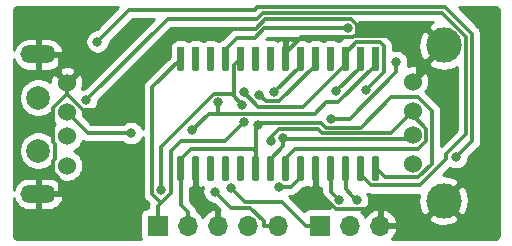
<source format=gbl>
G04 #@! TF.GenerationSoftware,KiCad,Pcbnew,(5.1.2)-1*
G04 #@! TF.CreationDate,2021-07-24T10:23:43+09:00*
G04 #@! TF.ProjectId,PS2USB,50533255-5342-42e6-9b69-6361645f7063,v2.1*
G04 #@! TF.SameCoordinates,Original*
G04 #@! TF.FileFunction,Copper,L2,Bot*
G04 #@! TF.FilePolarity,Positive*
%FSLAX46Y46*%
G04 Gerber Fmt 4.6, Leading zero omitted, Abs format (unit mm)*
G04 Created by KiCad (PCBNEW (5.1.2)-1) date 2021-07-24 10:23:43*
%MOMM*%
%LPD*%
G04 APERTURE LIST*
%ADD10C,1.524000*%
%ADD11O,3.000000X1.500000*%
%ADD12C,2.000000*%
%ADD13O,1.700000X1.700000*%
%ADD14R,1.700000X1.700000*%
%ADD15C,3.000000*%
%ADD16C,0.050000*%
%ADD17C,0.600000*%
%ADD18C,0.800000*%
%ADD19C,0.300000*%
%ADD20C,0.254000*%
G04 APERTURE END LIST*
D10*
X77700000Y-95100000D03*
X77700000Y-92600000D03*
X77700000Y-90600000D03*
X77700000Y-88100000D03*
D11*
X75300000Y-85700000D03*
X75300000Y-97500000D03*
D12*
X75300000Y-89350000D03*
X75300000Y-93850000D03*
D13*
X104240000Y-100200000D03*
X101700000Y-100200000D03*
D14*
X99160000Y-100200000D03*
D13*
X95560000Y-100200000D03*
X93020000Y-100200000D03*
X90480000Y-100200000D03*
X87940000Y-100200000D03*
D14*
X85400000Y-100200000D03*
D10*
X107000000Y-95000000D03*
X107000000Y-92500000D03*
X107000000Y-90500000D03*
X107000000Y-88000000D03*
D15*
X109600000Y-98070000D03*
X109600000Y-84930000D03*
D16*
G36*
X87509703Y-85025722D02*
G01*
X87524264Y-85027882D01*
X87538543Y-85031459D01*
X87552403Y-85036418D01*
X87565710Y-85042712D01*
X87578336Y-85050280D01*
X87590159Y-85059048D01*
X87601066Y-85068934D01*
X87610952Y-85079841D01*
X87619720Y-85091664D01*
X87627288Y-85104290D01*
X87633582Y-85117597D01*
X87638541Y-85131457D01*
X87642118Y-85145736D01*
X87644278Y-85160297D01*
X87645000Y-85175000D01*
X87645000Y-86925000D01*
X87644278Y-86939703D01*
X87642118Y-86954264D01*
X87638541Y-86968543D01*
X87633582Y-86982403D01*
X87627288Y-86995710D01*
X87619720Y-87008336D01*
X87610952Y-87020159D01*
X87601066Y-87031066D01*
X87590159Y-87040952D01*
X87578336Y-87049720D01*
X87565710Y-87057288D01*
X87552403Y-87063582D01*
X87538543Y-87068541D01*
X87524264Y-87072118D01*
X87509703Y-87074278D01*
X87495000Y-87075000D01*
X87195000Y-87075000D01*
X87180297Y-87074278D01*
X87165736Y-87072118D01*
X87151457Y-87068541D01*
X87137597Y-87063582D01*
X87124290Y-87057288D01*
X87111664Y-87049720D01*
X87099841Y-87040952D01*
X87088934Y-87031066D01*
X87079048Y-87020159D01*
X87070280Y-87008336D01*
X87062712Y-86995710D01*
X87056418Y-86982403D01*
X87051459Y-86968543D01*
X87047882Y-86954264D01*
X87045722Y-86939703D01*
X87045000Y-86925000D01*
X87045000Y-85175000D01*
X87045722Y-85160297D01*
X87047882Y-85145736D01*
X87051459Y-85131457D01*
X87056418Y-85117597D01*
X87062712Y-85104290D01*
X87070280Y-85091664D01*
X87079048Y-85079841D01*
X87088934Y-85068934D01*
X87099841Y-85059048D01*
X87111664Y-85050280D01*
X87124290Y-85042712D01*
X87137597Y-85036418D01*
X87151457Y-85031459D01*
X87165736Y-85027882D01*
X87180297Y-85025722D01*
X87195000Y-85025000D01*
X87495000Y-85025000D01*
X87509703Y-85025722D01*
X87509703Y-85025722D01*
G37*
D17*
X87345000Y-86050000D03*
D16*
G36*
X88779703Y-85025722D02*
G01*
X88794264Y-85027882D01*
X88808543Y-85031459D01*
X88822403Y-85036418D01*
X88835710Y-85042712D01*
X88848336Y-85050280D01*
X88860159Y-85059048D01*
X88871066Y-85068934D01*
X88880952Y-85079841D01*
X88889720Y-85091664D01*
X88897288Y-85104290D01*
X88903582Y-85117597D01*
X88908541Y-85131457D01*
X88912118Y-85145736D01*
X88914278Y-85160297D01*
X88915000Y-85175000D01*
X88915000Y-86925000D01*
X88914278Y-86939703D01*
X88912118Y-86954264D01*
X88908541Y-86968543D01*
X88903582Y-86982403D01*
X88897288Y-86995710D01*
X88889720Y-87008336D01*
X88880952Y-87020159D01*
X88871066Y-87031066D01*
X88860159Y-87040952D01*
X88848336Y-87049720D01*
X88835710Y-87057288D01*
X88822403Y-87063582D01*
X88808543Y-87068541D01*
X88794264Y-87072118D01*
X88779703Y-87074278D01*
X88765000Y-87075000D01*
X88465000Y-87075000D01*
X88450297Y-87074278D01*
X88435736Y-87072118D01*
X88421457Y-87068541D01*
X88407597Y-87063582D01*
X88394290Y-87057288D01*
X88381664Y-87049720D01*
X88369841Y-87040952D01*
X88358934Y-87031066D01*
X88349048Y-87020159D01*
X88340280Y-87008336D01*
X88332712Y-86995710D01*
X88326418Y-86982403D01*
X88321459Y-86968543D01*
X88317882Y-86954264D01*
X88315722Y-86939703D01*
X88315000Y-86925000D01*
X88315000Y-85175000D01*
X88315722Y-85160297D01*
X88317882Y-85145736D01*
X88321459Y-85131457D01*
X88326418Y-85117597D01*
X88332712Y-85104290D01*
X88340280Y-85091664D01*
X88349048Y-85079841D01*
X88358934Y-85068934D01*
X88369841Y-85059048D01*
X88381664Y-85050280D01*
X88394290Y-85042712D01*
X88407597Y-85036418D01*
X88421457Y-85031459D01*
X88435736Y-85027882D01*
X88450297Y-85025722D01*
X88465000Y-85025000D01*
X88765000Y-85025000D01*
X88779703Y-85025722D01*
X88779703Y-85025722D01*
G37*
D17*
X88615000Y-86050000D03*
D16*
G36*
X90049703Y-85025722D02*
G01*
X90064264Y-85027882D01*
X90078543Y-85031459D01*
X90092403Y-85036418D01*
X90105710Y-85042712D01*
X90118336Y-85050280D01*
X90130159Y-85059048D01*
X90141066Y-85068934D01*
X90150952Y-85079841D01*
X90159720Y-85091664D01*
X90167288Y-85104290D01*
X90173582Y-85117597D01*
X90178541Y-85131457D01*
X90182118Y-85145736D01*
X90184278Y-85160297D01*
X90185000Y-85175000D01*
X90185000Y-86925000D01*
X90184278Y-86939703D01*
X90182118Y-86954264D01*
X90178541Y-86968543D01*
X90173582Y-86982403D01*
X90167288Y-86995710D01*
X90159720Y-87008336D01*
X90150952Y-87020159D01*
X90141066Y-87031066D01*
X90130159Y-87040952D01*
X90118336Y-87049720D01*
X90105710Y-87057288D01*
X90092403Y-87063582D01*
X90078543Y-87068541D01*
X90064264Y-87072118D01*
X90049703Y-87074278D01*
X90035000Y-87075000D01*
X89735000Y-87075000D01*
X89720297Y-87074278D01*
X89705736Y-87072118D01*
X89691457Y-87068541D01*
X89677597Y-87063582D01*
X89664290Y-87057288D01*
X89651664Y-87049720D01*
X89639841Y-87040952D01*
X89628934Y-87031066D01*
X89619048Y-87020159D01*
X89610280Y-87008336D01*
X89602712Y-86995710D01*
X89596418Y-86982403D01*
X89591459Y-86968543D01*
X89587882Y-86954264D01*
X89585722Y-86939703D01*
X89585000Y-86925000D01*
X89585000Y-85175000D01*
X89585722Y-85160297D01*
X89587882Y-85145736D01*
X89591459Y-85131457D01*
X89596418Y-85117597D01*
X89602712Y-85104290D01*
X89610280Y-85091664D01*
X89619048Y-85079841D01*
X89628934Y-85068934D01*
X89639841Y-85059048D01*
X89651664Y-85050280D01*
X89664290Y-85042712D01*
X89677597Y-85036418D01*
X89691457Y-85031459D01*
X89705736Y-85027882D01*
X89720297Y-85025722D01*
X89735000Y-85025000D01*
X90035000Y-85025000D01*
X90049703Y-85025722D01*
X90049703Y-85025722D01*
G37*
D17*
X89885000Y-86050000D03*
D16*
G36*
X91319703Y-85025722D02*
G01*
X91334264Y-85027882D01*
X91348543Y-85031459D01*
X91362403Y-85036418D01*
X91375710Y-85042712D01*
X91388336Y-85050280D01*
X91400159Y-85059048D01*
X91411066Y-85068934D01*
X91420952Y-85079841D01*
X91429720Y-85091664D01*
X91437288Y-85104290D01*
X91443582Y-85117597D01*
X91448541Y-85131457D01*
X91452118Y-85145736D01*
X91454278Y-85160297D01*
X91455000Y-85175000D01*
X91455000Y-86925000D01*
X91454278Y-86939703D01*
X91452118Y-86954264D01*
X91448541Y-86968543D01*
X91443582Y-86982403D01*
X91437288Y-86995710D01*
X91429720Y-87008336D01*
X91420952Y-87020159D01*
X91411066Y-87031066D01*
X91400159Y-87040952D01*
X91388336Y-87049720D01*
X91375710Y-87057288D01*
X91362403Y-87063582D01*
X91348543Y-87068541D01*
X91334264Y-87072118D01*
X91319703Y-87074278D01*
X91305000Y-87075000D01*
X91005000Y-87075000D01*
X90990297Y-87074278D01*
X90975736Y-87072118D01*
X90961457Y-87068541D01*
X90947597Y-87063582D01*
X90934290Y-87057288D01*
X90921664Y-87049720D01*
X90909841Y-87040952D01*
X90898934Y-87031066D01*
X90889048Y-87020159D01*
X90880280Y-87008336D01*
X90872712Y-86995710D01*
X90866418Y-86982403D01*
X90861459Y-86968543D01*
X90857882Y-86954264D01*
X90855722Y-86939703D01*
X90855000Y-86925000D01*
X90855000Y-85175000D01*
X90855722Y-85160297D01*
X90857882Y-85145736D01*
X90861459Y-85131457D01*
X90866418Y-85117597D01*
X90872712Y-85104290D01*
X90880280Y-85091664D01*
X90889048Y-85079841D01*
X90898934Y-85068934D01*
X90909841Y-85059048D01*
X90921664Y-85050280D01*
X90934290Y-85042712D01*
X90947597Y-85036418D01*
X90961457Y-85031459D01*
X90975736Y-85027882D01*
X90990297Y-85025722D01*
X91005000Y-85025000D01*
X91305000Y-85025000D01*
X91319703Y-85025722D01*
X91319703Y-85025722D01*
G37*
D17*
X91155000Y-86050000D03*
D16*
G36*
X92589703Y-85025722D02*
G01*
X92604264Y-85027882D01*
X92618543Y-85031459D01*
X92632403Y-85036418D01*
X92645710Y-85042712D01*
X92658336Y-85050280D01*
X92670159Y-85059048D01*
X92681066Y-85068934D01*
X92690952Y-85079841D01*
X92699720Y-85091664D01*
X92707288Y-85104290D01*
X92713582Y-85117597D01*
X92718541Y-85131457D01*
X92722118Y-85145736D01*
X92724278Y-85160297D01*
X92725000Y-85175000D01*
X92725000Y-86925000D01*
X92724278Y-86939703D01*
X92722118Y-86954264D01*
X92718541Y-86968543D01*
X92713582Y-86982403D01*
X92707288Y-86995710D01*
X92699720Y-87008336D01*
X92690952Y-87020159D01*
X92681066Y-87031066D01*
X92670159Y-87040952D01*
X92658336Y-87049720D01*
X92645710Y-87057288D01*
X92632403Y-87063582D01*
X92618543Y-87068541D01*
X92604264Y-87072118D01*
X92589703Y-87074278D01*
X92575000Y-87075000D01*
X92275000Y-87075000D01*
X92260297Y-87074278D01*
X92245736Y-87072118D01*
X92231457Y-87068541D01*
X92217597Y-87063582D01*
X92204290Y-87057288D01*
X92191664Y-87049720D01*
X92179841Y-87040952D01*
X92168934Y-87031066D01*
X92159048Y-87020159D01*
X92150280Y-87008336D01*
X92142712Y-86995710D01*
X92136418Y-86982403D01*
X92131459Y-86968543D01*
X92127882Y-86954264D01*
X92125722Y-86939703D01*
X92125000Y-86925000D01*
X92125000Y-85175000D01*
X92125722Y-85160297D01*
X92127882Y-85145736D01*
X92131459Y-85131457D01*
X92136418Y-85117597D01*
X92142712Y-85104290D01*
X92150280Y-85091664D01*
X92159048Y-85079841D01*
X92168934Y-85068934D01*
X92179841Y-85059048D01*
X92191664Y-85050280D01*
X92204290Y-85042712D01*
X92217597Y-85036418D01*
X92231457Y-85031459D01*
X92245736Y-85027882D01*
X92260297Y-85025722D01*
X92275000Y-85025000D01*
X92575000Y-85025000D01*
X92589703Y-85025722D01*
X92589703Y-85025722D01*
G37*
D17*
X92425000Y-86050000D03*
D16*
G36*
X93859703Y-85025722D02*
G01*
X93874264Y-85027882D01*
X93888543Y-85031459D01*
X93902403Y-85036418D01*
X93915710Y-85042712D01*
X93928336Y-85050280D01*
X93940159Y-85059048D01*
X93951066Y-85068934D01*
X93960952Y-85079841D01*
X93969720Y-85091664D01*
X93977288Y-85104290D01*
X93983582Y-85117597D01*
X93988541Y-85131457D01*
X93992118Y-85145736D01*
X93994278Y-85160297D01*
X93995000Y-85175000D01*
X93995000Y-86925000D01*
X93994278Y-86939703D01*
X93992118Y-86954264D01*
X93988541Y-86968543D01*
X93983582Y-86982403D01*
X93977288Y-86995710D01*
X93969720Y-87008336D01*
X93960952Y-87020159D01*
X93951066Y-87031066D01*
X93940159Y-87040952D01*
X93928336Y-87049720D01*
X93915710Y-87057288D01*
X93902403Y-87063582D01*
X93888543Y-87068541D01*
X93874264Y-87072118D01*
X93859703Y-87074278D01*
X93845000Y-87075000D01*
X93545000Y-87075000D01*
X93530297Y-87074278D01*
X93515736Y-87072118D01*
X93501457Y-87068541D01*
X93487597Y-87063582D01*
X93474290Y-87057288D01*
X93461664Y-87049720D01*
X93449841Y-87040952D01*
X93438934Y-87031066D01*
X93429048Y-87020159D01*
X93420280Y-87008336D01*
X93412712Y-86995710D01*
X93406418Y-86982403D01*
X93401459Y-86968543D01*
X93397882Y-86954264D01*
X93395722Y-86939703D01*
X93395000Y-86925000D01*
X93395000Y-85175000D01*
X93395722Y-85160297D01*
X93397882Y-85145736D01*
X93401459Y-85131457D01*
X93406418Y-85117597D01*
X93412712Y-85104290D01*
X93420280Y-85091664D01*
X93429048Y-85079841D01*
X93438934Y-85068934D01*
X93449841Y-85059048D01*
X93461664Y-85050280D01*
X93474290Y-85042712D01*
X93487597Y-85036418D01*
X93501457Y-85031459D01*
X93515736Y-85027882D01*
X93530297Y-85025722D01*
X93545000Y-85025000D01*
X93845000Y-85025000D01*
X93859703Y-85025722D01*
X93859703Y-85025722D01*
G37*
D17*
X93695000Y-86050000D03*
D16*
G36*
X95129703Y-85025722D02*
G01*
X95144264Y-85027882D01*
X95158543Y-85031459D01*
X95172403Y-85036418D01*
X95185710Y-85042712D01*
X95198336Y-85050280D01*
X95210159Y-85059048D01*
X95221066Y-85068934D01*
X95230952Y-85079841D01*
X95239720Y-85091664D01*
X95247288Y-85104290D01*
X95253582Y-85117597D01*
X95258541Y-85131457D01*
X95262118Y-85145736D01*
X95264278Y-85160297D01*
X95265000Y-85175000D01*
X95265000Y-86925000D01*
X95264278Y-86939703D01*
X95262118Y-86954264D01*
X95258541Y-86968543D01*
X95253582Y-86982403D01*
X95247288Y-86995710D01*
X95239720Y-87008336D01*
X95230952Y-87020159D01*
X95221066Y-87031066D01*
X95210159Y-87040952D01*
X95198336Y-87049720D01*
X95185710Y-87057288D01*
X95172403Y-87063582D01*
X95158543Y-87068541D01*
X95144264Y-87072118D01*
X95129703Y-87074278D01*
X95115000Y-87075000D01*
X94815000Y-87075000D01*
X94800297Y-87074278D01*
X94785736Y-87072118D01*
X94771457Y-87068541D01*
X94757597Y-87063582D01*
X94744290Y-87057288D01*
X94731664Y-87049720D01*
X94719841Y-87040952D01*
X94708934Y-87031066D01*
X94699048Y-87020159D01*
X94690280Y-87008336D01*
X94682712Y-86995710D01*
X94676418Y-86982403D01*
X94671459Y-86968543D01*
X94667882Y-86954264D01*
X94665722Y-86939703D01*
X94665000Y-86925000D01*
X94665000Y-85175000D01*
X94665722Y-85160297D01*
X94667882Y-85145736D01*
X94671459Y-85131457D01*
X94676418Y-85117597D01*
X94682712Y-85104290D01*
X94690280Y-85091664D01*
X94699048Y-85079841D01*
X94708934Y-85068934D01*
X94719841Y-85059048D01*
X94731664Y-85050280D01*
X94744290Y-85042712D01*
X94757597Y-85036418D01*
X94771457Y-85031459D01*
X94785736Y-85027882D01*
X94800297Y-85025722D01*
X94815000Y-85025000D01*
X95115000Y-85025000D01*
X95129703Y-85025722D01*
X95129703Y-85025722D01*
G37*
D17*
X94965000Y-86050000D03*
D16*
G36*
X96399703Y-85025722D02*
G01*
X96414264Y-85027882D01*
X96428543Y-85031459D01*
X96442403Y-85036418D01*
X96455710Y-85042712D01*
X96468336Y-85050280D01*
X96480159Y-85059048D01*
X96491066Y-85068934D01*
X96500952Y-85079841D01*
X96509720Y-85091664D01*
X96517288Y-85104290D01*
X96523582Y-85117597D01*
X96528541Y-85131457D01*
X96532118Y-85145736D01*
X96534278Y-85160297D01*
X96535000Y-85175000D01*
X96535000Y-86925000D01*
X96534278Y-86939703D01*
X96532118Y-86954264D01*
X96528541Y-86968543D01*
X96523582Y-86982403D01*
X96517288Y-86995710D01*
X96509720Y-87008336D01*
X96500952Y-87020159D01*
X96491066Y-87031066D01*
X96480159Y-87040952D01*
X96468336Y-87049720D01*
X96455710Y-87057288D01*
X96442403Y-87063582D01*
X96428543Y-87068541D01*
X96414264Y-87072118D01*
X96399703Y-87074278D01*
X96385000Y-87075000D01*
X96085000Y-87075000D01*
X96070297Y-87074278D01*
X96055736Y-87072118D01*
X96041457Y-87068541D01*
X96027597Y-87063582D01*
X96014290Y-87057288D01*
X96001664Y-87049720D01*
X95989841Y-87040952D01*
X95978934Y-87031066D01*
X95969048Y-87020159D01*
X95960280Y-87008336D01*
X95952712Y-86995710D01*
X95946418Y-86982403D01*
X95941459Y-86968543D01*
X95937882Y-86954264D01*
X95935722Y-86939703D01*
X95935000Y-86925000D01*
X95935000Y-85175000D01*
X95935722Y-85160297D01*
X95937882Y-85145736D01*
X95941459Y-85131457D01*
X95946418Y-85117597D01*
X95952712Y-85104290D01*
X95960280Y-85091664D01*
X95969048Y-85079841D01*
X95978934Y-85068934D01*
X95989841Y-85059048D01*
X96001664Y-85050280D01*
X96014290Y-85042712D01*
X96027597Y-85036418D01*
X96041457Y-85031459D01*
X96055736Y-85027882D01*
X96070297Y-85025722D01*
X96085000Y-85025000D01*
X96385000Y-85025000D01*
X96399703Y-85025722D01*
X96399703Y-85025722D01*
G37*
D17*
X96235000Y-86050000D03*
D16*
G36*
X97669703Y-85025722D02*
G01*
X97684264Y-85027882D01*
X97698543Y-85031459D01*
X97712403Y-85036418D01*
X97725710Y-85042712D01*
X97738336Y-85050280D01*
X97750159Y-85059048D01*
X97761066Y-85068934D01*
X97770952Y-85079841D01*
X97779720Y-85091664D01*
X97787288Y-85104290D01*
X97793582Y-85117597D01*
X97798541Y-85131457D01*
X97802118Y-85145736D01*
X97804278Y-85160297D01*
X97805000Y-85175000D01*
X97805000Y-86925000D01*
X97804278Y-86939703D01*
X97802118Y-86954264D01*
X97798541Y-86968543D01*
X97793582Y-86982403D01*
X97787288Y-86995710D01*
X97779720Y-87008336D01*
X97770952Y-87020159D01*
X97761066Y-87031066D01*
X97750159Y-87040952D01*
X97738336Y-87049720D01*
X97725710Y-87057288D01*
X97712403Y-87063582D01*
X97698543Y-87068541D01*
X97684264Y-87072118D01*
X97669703Y-87074278D01*
X97655000Y-87075000D01*
X97355000Y-87075000D01*
X97340297Y-87074278D01*
X97325736Y-87072118D01*
X97311457Y-87068541D01*
X97297597Y-87063582D01*
X97284290Y-87057288D01*
X97271664Y-87049720D01*
X97259841Y-87040952D01*
X97248934Y-87031066D01*
X97239048Y-87020159D01*
X97230280Y-87008336D01*
X97222712Y-86995710D01*
X97216418Y-86982403D01*
X97211459Y-86968543D01*
X97207882Y-86954264D01*
X97205722Y-86939703D01*
X97205000Y-86925000D01*
X97205000Y-85175000D01*
X97205722Y-85160297D01*
X97207882Y-85145736D01*
X97211459Y-85131457D01*
X97216418Y-85117597D01*
X97222712Y-85104290D01*
X97230280Y-85091664D01*
X97239048Y-85079841D01*
X97248934Y-85068934D01*
X97259841Y-85059048D01*
X97271664Y-85050280D01*
X97284290Y-85042712D01*
X97297597Y-85036418D01*
X97311457Y-85031459D01*
X97325736Y-85027882D01*
X97340297Y-85025722D01*
X97355000Y-85025000D01*
X97655000Y-85025000D01*
X97669703Y-85025722D01*
X97669703Y-85025722D01*
G37*
D17*
X97505000Y-86050000D03*
D16*
G36*
X98939703Y-85025722D02*
G01*
X98954264Y-85027882D01*
X98968543Y-85031459D01*
X98982403Y-85036418D01*
X98995710Y-85042712D01*
X99008336Y-85050280D01*
X99020159Y-85059048D01*
X99031066Y-85068934D01*
X99040952Y-85079841D01*
X99049720Y-85091664D01*
X99057288Y-85104290D01*
X99063582Y-85117597D01*
X99068541Y-85131457D01*
X99072118Y-85145736D01*
X99074278Y-85160297D01*
X99075000Y-85175000D01*
X99075000Y-86925000D01*
X99074278Y-86939703D01*
X99072118Y-86954264D01*
X99068541Y-86968543D01*
X99063582Y-86982403D01*
X99057288Y-86995710D01*
X99049720Y-87008336D01*
X99040952Y-87020159D01*
X99031066Y-87031066D01*
X99020159Y-87040952D01*
X99008336Y-87049720D01*
X98995710Y-87057288D01*
X98982403Y-87063582D01*
X98968543Y-87068541D01*
X98954264Y-87072118D01*
X98939703Y-87074278D01*
X98925000Y-87075000D01*
X98625000Y-87075000D01*
X98610297Y-87074278D01*
X98595736Y-87072118D01*
X98581457Y-87068541D01*
X98567597Y-87063582D01*
X98554290Y-87057288D01*
X98541664Y-87049720D01*
X98529841Y-87040952D01*
X98518934Y-87031066D01*
X98509048Y-87020159D01*
X98500280Y-87008336D01*
X98492712Y-86995710D01*
X98486418Y-86982403D01*
X98481459Y-86968543D01*
X98477882Y-86954264D01*
X98475722Y-86939703D01*
X98475000Y-86925000D01*
X98475000Y-85175000D01*
X98475722Y-85160297D01*
X98477882Y-85145736D01*
X98481459Y-85131457D01*
X98486418Y-85117597D01*
X98492712Y-85104290D01*
X98500280Y-85091664D01*
X98509048Y-85079841D01*
X98518934Y-85068934D01*
X98529841Y-85059048D01*
X98541664Y-85050280D01*
X98554290Y-85042712D01*
X98567597Y-85036418D01*
X98581457Y-85031459D01*
X98595736Y-85027882D01*
X98610297Y-85025722D01*
X98625000Y-85025000D01*
X98925000Y-85025000D01*
X98939703Y-85025722D01*
X98939703Y-85025722D01*
G37*
D17*
X98775000Y-86050000D03*
D16*
G36*
X100209703Y-85025722D02*
G01*
X100224264Y-85027882D01*
X100238543Y-85031459D01*
X100252403Y-85036418D01*
X100265710Y-85042712D01*
X100278336Y-85050280D01*
X100290159Y-85059048D01*
X100301066Y-85068934D01*
X100310952Y-85079841D01*
X100319720Y-85091664D01*
X100327288Y-85104290D01*
X100333582Y-85117597D01*
X100338541Y-85131457D01*
X100342118Y-85145736D01*
X100344278Y-85160297D01*
X100345000Y-85175000D01*
X100345000Y-86925000D01*
X100344278Y-86939703D01*
X100342118Y-86954264D01*
X100338541Y-86968543D01*
X100333582Y-86982403D01*
X100327288Y-86995710D01*
X100319720Y-87008336D01*
X100310952Y-87020159D01*
X100301066Y-87031066D01*
X100290159Y-87040952D01*
X100278336Y-87049720D01*
X100265710Y-87057288D01*
X100252403Y-87063582D01*
X100238543Y-87068541D01*
X100224264Y-87072118D01*
X100209703Y-87074278D01*
X100195000Y-87075000D01*
X99895000Y-87075000D01*
X99880297Y-87074278D01*
X99865736Y-87072118D01*
X99851457Y-87068541D01*
X99837597Y-87063582D01*
X99824290Y-87057288D01*
X99811664Y-87049720D01*
X99799841Y-87040952D01*
X99788934Y-87031066D01*
X99779048Y-87020159D01*
X99770280Y-87008336D01*
X99762712Y-86995710D01*
X99756418Y-86982403D01*
X99751459Y-86968543D01*
X99747882Y-86954264D01*
X99745722Y-86939703D01*
X99745000Y-86925000D01*
X99745000Y-85175000D01*
X99745722Y-85160297D01*
X99747882Y-85145736D01*
X99751459Y-85131457D01*
X99756418Y-85117597D01*
X99762712Y-85104290D01*
X99770280Y-85091664D01*
X99779048Y-85079841D01*
X99788934Y-85068934D01*
X99799841Y-85059048D01*
X99811664Y-85050280D01*
X99824290Y-85042712D01*
X99837597Y-85036418D01*
X99851457Y-85031459D01*
X99865736Y-85027882D01*
X99880297Y-85025722D01*
X99895000Y-85025000D01*
X100195000Y-85025000D01*
X100209703Y-85025722D01*
X100209703Y-85025722D01*
G37*
D17*
X100045000Y-86050000D03*
D16*
G36*
X101479703Y-85025722D02*
G01*
X101494264Y-85027882D01*
X101508543Y-85031459D01*
X101522403Y-85036418D01*
X101535710Y-85042712D01*
X101548336Y-85050280D01*
X101560159Y-85059048D01*
X101571066Y-85068934D01*
X101580952Y-85079841D01*
X101589720Y-85091664D01*
X101597288Y-85104290D01*
X101603582Y-85117597D01*
X101608541Y-85131457D01*
X101612118Y-85145736D01*
X101614278Y-85160297D01*
X101615000Y-85175000D01*
X101615000Y-86925000D01*
X101614278Y-86939703D01*
X101612118Y-86954264D01*
X101608541Y-86968543D01*
X101603582Y-86982403D01*
X101597288Y-86995710D01*
X101589720Y-87008336D01*
X101580952Y-87020159D01*
X101571066Y-87031066D01*
X101560159Y-87040952D01*
X101548336Y-87049720D01*
X101535710Y-87057288D01*
X101522403Y-87063582D01*
X101508543Y-87068541D01*
X101494264Y-87072118D01*
X101479703Y-87074278D01*
X101465000Y-87075000D01*
X101165000Y-87075000D01*
X101150297Y-87074278D01*
X101135736Y-87072118D01*
X101121457Y-87068541D01*
X101107597Y-87063582D01*
X101094290Y-87057288D01*
X101081664Y-87049720D01*
X101069841Y-87040952D01*
X101058934Y-87031066D01*
X101049048Y-87020159D01*
X101040280Y-87008336D01*
X101032712Y-86995710D01*
X101026418Y-86982403D01*
X101021459Y-86968543D01*
X101017882Y-86954264D01*
X101015722Y-86939703D01*
X101015000Y-86925000D01*
X101015000Y-85175000D01*
X101015722Y-85160297D01*
X101017882Y-85145736D01*
X101021459Y-85131457D01*
X101026418Y-85117597D01*
X101032712Y-85104290D01*
X101040280Y-85091664D01*
X101049048Y-85079841D01*
X101058934Y-85068934D01*
X101069841Y-85059048D01*
X101081664Y-85050280D01*
X101094290Y-85042712D01*
X101107597Y-85036418D01*
X101121457Y-85031459D01*
X101135736Y-85027882D01*
X101150297Y-85025722D01*
X101165000Y-85025000D01*
X101465000Y-85025000D01*
X101479703Y-85025722D01*
X101479703Y-85025722D01*
G37*
D17*
X101315000Y-86050000D03*
D16*
G36*
X102749703Y-85025722D02*
G01*
X102764264Y-85027882D01*
X102778543Y-85031459D01*
X102792403Y-85036418D01*
X102805710Y-85042712D01*
X102818336Y-85050280D01*
X102830159Y-85059048D01*
X102841066Y-85068934D01*
X102850952Y-85079841D01*
X102859720Y-85091664D01*
X102867288Y-85104290D01*
X102873582Y-85117597D01*
X102878541Y-85131457D01*
X102882118Y-85145736D01*
X102884278Y-85160297D01*
X102885000Y-85175000D01*
X102885000Y-86925000D01*
X102884278Y-86939703D01*
X102882118Y-86954264D01*
X102878541Y-86968543D01*
X102873582Y-86982403D01*
X102867288Y-86995710D01*
X102859720Y-87008336D01*
X102850952Y-87020159D01*
X102841066Y-87031066D01*
X102830159Y-87040952D01*
X102818336Y-87049720D01*
X102805710Y-87057288D01*
X102792403Y-87063582D01*
X102778543Y-87068541D01*
X102764264Y-87072118D01*
X102749703Y-87074278D01*
X102735000Y-87075000D01*
X102435000Y-87075000D01*
X102420297Y-87074278D01*
X102405736Y-87072118D01*
X102391457Y-87068541D01*
X102377597Y-87063582D01*
X102364290Y-87057288D01*
X102351664Y-87049720D01*
X102339841Y-87040952D01*
X102328934Y-87031066D01*
X102319048Y-87020159D01*
X102310280Y-87008336D01*
X102302712Y-86995710D01*
X102296418Y-86982403D01*
X102291459Y-86968543D01*
X102287882Y-86954264D01*
X102285722Y-86939703D01*
X102285000Y-86925000D01*
X102285000Y-85175000D01*
X102285722Y-85160297D01*
X102287882Y-85145736D01*
X102291459Y-85131457D01*
X102296418Y-85117597D01*
X102302712Y-85104290D01*
X102310280Y-85091664D01*
X102319048Y-85079841D01*
X102328934Y-85068934D01*
X102339841Y-85059048D01*
X102351664Y-85050280D01*
X102364290Y-85042712D01*
X102377597Y-85036418D01*
X102391457Y-85031459D01*
X102405736Y-85027882D01*
X102420297Y-85025722D01*
X102435000Y-85025000D01*
X102735000Y-85025000D01*
X102749703Y-85025722D01*
X102749703Y-85025722D01*
G37*
D17*
X102585000Y-86050000D03*
D16*
G36*
X104019703Y-85025722D02*
G01*
X104034264Y-85027882D01*
X104048543Y-85031459D01*
X104062403Y-85036418D01*
X104075710Y-85042712D01*
X104088336Y-85050280D01*
X104100159Y-85059048D01*
X104111066Y-85068934D01*
X104120952Y-85079841D01*
X104129720Y-85091664D01*
X104137288Y-85104290D01*
X104143582Y-85117597D01*
X104148541Y-85131457D01*
X104152118Y-85145736D01*
X104154278Y-85160297D01*
X104155000Y-85175000D01*
X104155000Y-86925000D01*
X104154278Y-86939703D01*
X104152118Y-86954264D01*
X104148541Y-86968543D01*
X104143582Y-86982403D01*
X104137288Y-86995710D01*
X104129720Y-87008336D01*
X104120952Y-87020159D01*
X104111066Y-87031066D01*
X104100159Y-87040952D01*
X104088336Y-87049720D01*
X104075710Y-87057288D01*
X104062403Y-87063582D01*
X104048543Y-87068541D01*
X104034264Y-87072118D01*
X104019703Y-87074278D01*
X104005000Y-87075000D01*
X103705000Y-87075000D01*
X103690297Y-87074278D01*
X103675736Y-87072118D01*
X103661457Y-87068541D01*
X103647597Y-87063582D01*
X103634290Y-87057288D01*
X103621664Y-87049720D01*
X103609841Y-87040952D01*
X103598934Y-87031066D01*
X103589048Y-87020159D01*
X103580280Y-87008336D01*
X103572712Y-86995710D01*
X103566418Y-86982403D01*
X103561459Y-86968543D01*
X103557882Y-86954264D01*
X103555722Y-86939703D01*
X103555000Y-86925000D01*
X103555000Y-85175000D01*
X103555722Y-85160297D01*
X103557882Y-85145736D01*
X103561459Y-85131457D01*
X103566418Y-85117597D01*
X103572712Y-85104290D01*
X103580280Y-85091664D01*
X103589048Y-85079841D01*
X103598934Y-85068934D01*
X103609841Y-85059048D01*
X103621664Y-85050280D01*
X103634290Y-85042712D01*
X103647597Y-85036418D01*
X103661457Y-85031459D01*
X103675736Y-85027882D01*
X103690297Y-85025722D01*
X103705000Y-85025000D01*
X104005000Y-85025000D01*
X104019703Y-85025722D01*
X104019703Y-85025722D01*
G37*
D17*
X103855000Y-86050000D03*
D16*
G36*
X104019703Y-94325722D02*
G01*
X104034264Y-94327882D01*
X104048543Y-94331459D01*
X104062403Y-94336418D01*
X104075710Y-94342712D01*
X104088336Y-94350280D01*
X104100159Y-94359048D01*
X104111066Y-94368934D01*
X104120952Y-94379841D01*
X104129720Y-94391664D01*
X104137288Y-94404290D01*
X104143582Y-94417597D01*
X104148541Y-94431457D01*
X104152118Y-94445736D01*
X104154278Y-94460297D01*
X104155000Y-94475000D01*
X104155000Y-96225000D01*
X104154278Y-96239703D01*
X104152118Y-96254264D01*
X104148541Y-96268543D01*
X104143582Y-96282403D01*
X104137288Y-96295710D01*
X104129720Y-96308336D01*
X104120952Y-96320159D01*
X104111066Y-96331066D01*
X104100159Y-96340952D01*
X104088336Y-96349720D01*
X104075710Y-96357288D01*
X104062403Y-96363582D01*
X104048543Y-96368541D01*
X104034264Y-96372118D01*
X104019703Y-96374278D01*
X104005000Y-96375000D01*
X103705000Y-96375000D01*
X103690297Y-96374278D01*
X103675736Y-96372118D01*
X103661457Y-96368541D01*
X103647597Y-96363582D01*
X103634290Y-96357288D01*
X103621664Y-96349720D01*
X103609841Y-96340952D01*
X103598934Y-96331066D01*
X103589048Y-96320159D01*
X103580280Y-96308336D01*
X103572712Y-96295710D01*
X103566418Y-96282403D01*
X103561459Y-96268543D01*
X103557882Y-96254264D01*
X103555722Y-96239703D01*
X103555000Y-96225000D01*
X103555000Y-94475000D01*
X103555722Y-94460297D01*
X103557882Y-94445736D01*
X103561459Y-94431457D01*
X103566418Y-94417597D01*
X103572712Y-94404290D01*
X103580280Y-94391664D01*
X103589048Y-94379841D01*
X103598934Y-94368934D01*
X103609841Y-94359048D01*
X103621664Y-94350280D01*
X103634290Y-94342712D01*
X103647597Y-94336418D01*
X103661457Y-94331459D01*
X103675736Y-94327882D01*
X103690297Y-94325722D01*
X103705000Y-94325000D01*
X104005000Y-94325000D01*
X104019703Y-94325722D01*
X104019703Y-94325722D01*
G37*
D17*
X103855000Y-95350000D03*
D16*
G36*
X102749703Y-94325722D02*
G01*
X102764264Y-94327882D01*
X102778543Y-94331459D01*
X102792403Y-94336418D01*
X102805710Y-94342712D01*
X102818336Y-94350280D01*
X102830159Y-94359048D01*
X102841066Y-94368934D01*
X102850952Y-94379841D01*
X102859720Y-94391664D01*
X102867288Y-94404290D01*
X102873582Y-94417597D01*
X102878541Y-94431457D01*
X102882118Y-94445736D01*
X102884278Y-94460297D01*
X102885000Y-94475000D01*
X102885000Y-96225000D01*
X102884278Y-96239703D01*
X102882118Y-96254264D01*
X102878541Y-96268543D01*
X102873582Y-96282403D01*
X102867288Y-96295710D01*
X102859720Y-96308336D01*
X102850952Y-96320159D01*
X102841066Y-96331066D01*
X102830159Y-96340952D01*
X102818336Y-96349720D01*
X102805710Y-96357288D01*
X102792403Y-96363582D01*
X102778543Y-96368541D01*
X102764264Y-96372118D01*
X102749703Y-96374278D01*
X102735000Y-96375000D01*
X102435000Y-96375000D01*
X102420297Y-96374278D01*
X102405736Y-96372118D01*
X102391457Y-96368541D01*
X102377597Y-96363582D01*
X102364290Y-96357288D01*
X102351664Y-96349720D01*
X102339841Y-96340952D01*
X102328934Y-96331066D01*
X102319048Y-96320159D01*
X102310280Y-96308336D01*
X102302712Y-96295710D01*
X102296418Y-96282403D01*
X102291459Y-96268543D01*
X102287882Y-96254264D01*
X102285722Y-96239703D01*
X102285000Y-96225000D01*
X102285000Y-94475000D01*
X102285722Y-94460297D01*
X102287882Y-94445736D01*
X102291459Y-94431457D01*
X102296418Y-94417597D01*
X102302712Y-94404290D01*
X102310280Y-94391664D01*
X102319048Y-94379841D01*
X102328934Y-94368934D01*
X102339841Y-94359048D01*
X102351664Y-94350280D01*
X102364290Y-94342712D01*
X102377597Y-94336418D01*
X102391457Y-94331459D01*
X102405736Y-94327882D01*
X102420297Y-94325722D01*
X102435000Y-94325000D01*
X102735000Y-94325000D01*
X102749703Y-94325722D01*
X102749703Y-94325722D01*
G37*
D17*
X102585000Y-95350000D03*
D16*
G36*
X101479703Y-94325722D02*
G01*
X101494264Y-94327882D01*
X101508543Y-94331459D01*
X101522403Y-94336418D01*
X101535710Y-94342712D01*
X101548336Y-94350280D01*
X101560159Y-94359048D01*
X101571066Y-94368934D01*
X101580952Y-94379841D01*
X101589720Y-94391664D01*
X101597288Y-94404290D01*
X101603582Y-94417597D01*
X101608541Y-94431457D01*
X101612118Y-94445736D01*
X101614278Y-94460297D01*
X101615000Y-94475000D01*
X101615000Y-96225000D01*
X101614278Y-96239703D01*
X101612118Y-96254264D01*
X101608541Y-96268543D01*
X101603582Y-96282403D01*
X101597288Y-96295710D01*
X101589720Y-96308336D01*
X101580952Y-96320159D01*
X101571066Y-96331066D01*
X101560159Y-96340952D01*
X101548336Y-96349720D01*
X101535710Y-96357288D01*
X101522403Y-96363582D01*
X101508543Y-96368541D01*
X101494264Y-96372118D01*
X101479703Y-96374278D01*
X101465000Y-96375000D01*
X101165000Y-96375000D01*
X101150297Y-96374278D01*
X101135736Y-96372118D01*
X101121457Y-96368541D01*
X101107597Y-96363582D01*
X101094290Y-96357288D01*
X101081664Y-96349720D01*
X101069841Y-96340952D01*
X101058934Y-96331066D01*
X101049048Y-96320159D01*
X101040280Y-96308336D01*
X101032712Y-96295710D01*
X101026418Y-96282403D01*
X101021459Y-96268543D01*
X101017882Y-96254264D01*
X101015722Y-96239703D01*
X101015000Y-96225000D01*
X101015000Y-94475000D01*
X101015722Y-94460297D01*
X101017882Y-94445736D01*
X101021459Y-94431457D01*
X101026418Y-94417597D01*
X101032712Y-94404290D01*
X101040280Y-94391664D01*
X101049048Y-94379841D01*
X101058934Y-94368934D01*
X101069841Y-94359048D01*
X101081664Y-94350280D01*
X101094290Y-94342712D01*
X101107597Y-94336418D01*
X101121457Y-94331459D01*
X101135736Y-94327882D01*
X101150297Y-94325722D01*
X101165000Y-94325000D01*
X101465000Y-94325000D01*
X101479703Y-94325722D01*
X101479703Y-94325722D01*
G37*
D17*
X101315000Y-95350000D03*
D16*
G36*
X100209703Y-94325722D02*
G01*
X100224264Y-94327882D01*
X100238543Y-94331459D01*
X100252403Y-94336418D01*
X100265710Y-94342712D01*
X100278336Y-94350280D01*
X100290159Y-94359048D01*
X100301066Y-94368934D01*
X100310952Y-94379841D01*
X100319720Y-94391664D01*
X100327288Y-94404290D01*
X100333582Y-94417597D01*
X100338541Y-94431457D01*
X100342118Y-94445736D01*
X100344278Y-94460297D01*
X100345000Y-94475000D01*
X100345000Y-96225000D01*
X100344278Y-96239703D01*
X100342118Y-96254264D01*
X100338541Y-96268543D01*
X100333582Y-96282403D01*
X100327288Y-96295710D01*
X100319720Y-96308336D01*
X100310952Y-96320159D01*
X100301066Y-96331066D01*
X100290159Y-96340952D01*
X100278336Y-96349720D01*
X100265710Y-96357288D01*
X100252403Y-96363582D01*
X100238543Y-96368541D01*
X100224264Y-96372118D01*
X100209703Y-96374278D01*
X100195000Y-96375000D01*
X99895000Y-96375000D01*
X99880297Y-96374278D01*
X99865736Y-96372118D01*
X99851457Y-96368541D01*
X99837597Y-96363582D01*
X99824290Y-96357288D01*
X99811664Y-96349720D01*
X99799841Y-96340952D01*
X99788934Y-96331066D01*
X99779048Y-96320159D01*
X99770280Y-96308336D01*
X99762712Y-96295710D01*
X99756418Y-96282403D01*
X99751459Y-96268543D01*
X99747882Y-96254264D01*
X99745722Y-96239703D01*
X99745000Y-96225000D01*
X99745000Y-94475000D01*
X99745722Y-94460297D01*
X99747882Y-94445736D01*
X99751459Y-94431457D01*
X99756418Y-94417597D01*
X99762712Y-94404290D01*
X99770280Y-94391664D01*
X99779048Y-94379841D01*
X99788934Y-94368934D01*
X99799841Y-94359048D01*
X99811664Y-94350280D01*
X99824290Y-94342712D01*
X99837597Y-94336418D01*
X99851457Y-94331459D01*
X99865736Y-94327882D01*
X99880297Y-94325722D01*
X99895000Y-94325000D01*
X100195000Y-94325000D01*
X100209703Y-94325722D01*
X100209703Y-94325722D01*
G37*
D17*
X100045000Y-95350000D03*
D16*
G36*
X98939703Y-94325722D02*
G01*
X98954264Y-94327882D01*
X98968543Y-94331459D01*
X98982403Y-94336418D01*
X98995710Y-94342712D01*
X99008336Y-94350280D01*
X99020159Y-94359048D01*
X99031066Y-94368934D01*
X99040952Y-94379841D01*
X99049720Y-94391664D01*
X99057288Y-94404290D01*
X99063582Y-94417597D01*
X99068541Y-94431457D01*
X99072118Y-94445736D01*
X99074278Y-94460297D01*
X99075000Y-94475000D01*
X99075000Y-96225000D01*
X99074278Y-96239703D01*
X99072118Y-96254264D01*
X99068541Y-96268543D01*
X99063582Y-96282403D01*
X99057288Y-96295710D01*
X99049720Y-96308336D01*
X99040952Y-96320159D01*
X99031066Y-96331066D01*
X99020159Y-96340952D01*
X99008336Y-96349720D01*
X98995710Y-96357288D01*
X98982403Y-96363582D01*
X98968543Y-96368541D01*
X98954264Y-96372118D01*
X98939703Y-96374278D01*
X98925000Y-96375000D01*
X98625000Y-96375000D01*
X98610297Y-96374278D01*
X98595736Y-96372118D01*
X98581457Y-96368541D01*
X98567597Y-96363582D01*
X98554290Y-96357288D01*
X98541664Y-96349720D01*
X98529841Y-96340952D01*
X98518934Y-96331066D01*
X98509048Y-96320159D01*
X98500280Y-96308336D01*
X98492712Y-96295710D01*
X98486418Y-96282403D01*
X98481459Y-96268543D01*
X98477882Y-96254264D01*
X98475722Y-96239703D01*
X98475000Y-96225000D01*
X98475000Y-94475000D01*
X98475722Y-94460297D01*
X98477882Y-94445736D01*
X98481459Y-94431457D01*
X98486418Y-94417597D01*
X98492712Y-94404290D01*
X98500280Y-94391664D01*
X98509048Y-94379841D01*
X98518934Y-94368934D01*
X98529841Y-94359048D01*
X98541664Y-94350280D01*
X98554290Y-94342712D01*
X98567597Y-94336418D01*
X98581457Y-94331459D01*
X98595736Y-94327882D01*
X98610297Y-94325722D01*
X98625000Y-94325000D01*
X98925000Y-94325000D01*
X98939703Y-94325722D01*
X98939703Y-94325722D01*
G37*
D17*
X98775000Y-95350000D03*
D16*
G36*
X97669703Y-94325722D02*
G01*
X97684264Y-94327882D01*
X97698543Y-94331459D01*
X97712403Y-94336418D01*
X97725710Y-94342712D01*
X97738336Y-94350280D01*
X97750159Y-94359048D01*
X97761066Y-94368934D01*
X97770952Y-94379841D01*
X97779720Y-94391664D01*
X97787288Y-94404290D01*
X97793582Y-94417597D01*
X97798541Y-94431457D01*
X97802118Y-94445736D01*
X97804278Y-94460297D01*
X97805000Y-94475000D01*
X97805000Y-96225000D01*
X97804278Y-96239703D01*
X97802118Y-96254264D01*
X97798541Y-96268543D01*
X97793582Y-96282403D01*
X97787288Y-96295710D01*
X97779720Y-96308336D01*
X97770952Y-96320159D01*
X97761066Y-96331066D01*
X97750159Y-96340952D01*
X97738336Y-96349720D01*
X97725710Y-96357288D01*
X97712403Y-96363582D01*
X97698543Y-96368541D01*
X97684264Y-96372118D01*
X97669703Y-96374278D01*
X97655000Y-96375000D01*
X97355000Y-96375000D01*
X97340297Y-96374278D01*
X97325736Y-96372118D01*
X97311457Y-96368541D01*
X97297597Y-96363582D01*
X97284290Y-96357288D01*
X97271664Y-96349720D01*
X97259841Y-96340952D01*
X97248934Y-96331066D01*
X97239048Y-96320159D01*
X97230280Y-96308336D01*
X97222712Y-96295710D01*
X97216418Y-96282403D01*
X97211459Y-96268543D01*
X97207882Y-96254264D01*
X97205722Y-96239703D01*
X97205000Y-96225000D01*
X97205000Y-94475000D01*
X97205722Y-94460297D01*
X97207882Y-94445736D01*
X97211459Y-94431457D01*
X97216418Y-94417597D01*
X97222712Y-94404290D01*
X97230280Y-94391664D01*
X97239048Y-94379841D01*
X97248934Y-94368934D01*
X97259841Y-94359048D01*
X97271664Y-94350280D01*
X97284290Y-94342712D01*
X97297597Y-94336418D01*
X97311457Y-94331459D01*
X97325736Y-94327882D01*
X97340297Y-94325722D01*
X97355000Y-94325000D01*
X97655000Y-94325000D01*
X97669703Y-94325722D01*
X97669703Y-94325722D01*
G37*
D17*
X97505000Y-95350000D03*
D16*
G36*
X96399703Y-94325722D02*
G01*
X96414264Y-94327882D01*
X96428543Y-94331459D01*
X96442403Y-94336418D01*
X96455710Y-94342712D01*
X96468336Y-94350280D01*
X96480159Y-94359048D01*
X96491066Y-94368934D01*
X96500952Y-94379841D01*
X96509720Y-94391664D01*
X96517288Y-94404290D01*
X96523582Y-94417597D01*
X96528541Y-94431457D01*
X96532118Y-94445736D01*
X96534278Y-94460297D01*
X96535000Y-94475000D01*
X96535000Y-96225000D01*
X96534278Y-96239703D01*
X96532118Y-96254264D01*
X96528541Y-96268543D01*
X96523582Y-96282403D01*
X96517288Y-96295710D01*
X96509720Y-96308336D01*
X96500952Y-96320159D01*
X96491066Y-96331066D01*
X96480159Y-96340952D01*
X96468336Y-96349720D01*
X96455710Y-96357288D01*
X96442403Y-96363582D01*
X96428543Y-96368541D01*
X96414264Y-96372118D01*
X96399703Y-96374278D01*
X96385000Y-96375000D01*
X96085000Y-96375000D01*
X96070297Y-96374278D01*
X96055736Y-96372118D01*
X96041457Y-96368541D01*
X96027597Y-96363582D01*
X96014290Y-96357288D01*
X96001664Y-96349720D01*
X95989841Y-96340952D01*
X95978934Y-96331066D01*
X95969048Y-96320159D01*
X95960280Y-96308336D01*
X95952712Y-96295710D01*
X95946418Y-96282403D01*
X95941459Y-96268543D01*
X95937882Y-96254264D01*
X95935722Y-96239703D01*
X95935000Y-96225000D01*
X95935000Y-94475000D01*
X95935722Y-94460297D01*
X95937882Y-94445736D01*
X95941459Y-94431457D01*
X95946418Y-94417597D01*
X95952712Y-94404290D01*
X95960280Y-94391664D01*
X95969048Y-94379841D01*
X95978934Y-94368934D01*
X95989841Y-94359048D01*
X96001664Y-94350280D01*
X96014290Y-94342712D01*
X96027597Y-94336418D01*
X96041457Y-94331459D01*
X96055736Y-94327882D01*
X96070297Y-94325722D01*
X96085000Y-94325000D01*
X96385000Y-94325000D01*
X96399703Y-94325722D01*
X96399703Y-94325722D01*
G37*
D17*
X96235000Y-95350000D03*
D16*
G36*
X95129703Y-94325722D02*
G01*
X95144264Y-94327882D01*
X95158543Y-94331459D01*
X95172403Y-94336418D01*
X95185710Y-94342712D01*
X95198336Y-94350280D01*
X95210159Y-94359048D01*
X95221066Y-94368934D01*
X95230952Y-94379841D01*
X95239720Y-94391664D01*
X95247288Y-94404290D01*
X95253582Y-94417597D01*
X95258541Y-94431457D01*
X95262118Y-94445736D01*
X95264278Y-94460297D01*
X95265000Y-94475000D01*
X95265000Y-96225000D01*
X95264278Y-96239703D01*
X95262118Y-96254264D01*
X95258541Y-96268543D01*
X95253582Y-96282403D01*
X95247288Y-96295710D01*
X95239720Y-96308336D01*
X95230952Y-96320159D01*
X95221066Y-96331066D01*
X95210159Y-96340952D01*
X95198336Y-96349720D01*
X95185710Y-96357288D01*
X95172403Y-96363582D01*
X95158543Y-96368541D01*
X95144264Y-96372118D01*
X95129703Y-96374278D01*
X95115000Y-96375000D01*
X94815000Y-96375000D01*
X94800297Y-96374278D01*
X94785736Y-96372118D01*
X94771457Y-96368541D01*
X94757597Y-96363582D01*
X94744290Y-96357288D01*
X94731664Y-96349720D01*
X94719841Y-96340952D01*
X94708934Y-96331066D01*
X94699048Y-96320159D01*
X94690280Y-96308336D01*
X94682712Y-96295710D01*
X94676418Y-96282403D01*
X94671459Y-96268543D01*
X94667882Y-96254264D01*
X94665722Y-96239703D01*
X94665000Y-96225000D01*
X94665000Y-94475000D01*
X94665722Y-94460297D01*
X94667882Y-94445736D01*
X94671459Y-94431457D01*
X94676418Y-94417597D01*
X94682712Y-94404290D01*
X94690280Y-94391664D01*
X94699048Y-94379841D01*
X94708934Y-94368934D01*
X94719841Y-94359048D01*
X94731664Y-94350280D01*
X94744290Y-94342712D01*
X94757597Y-94336418D01*
X94771457Y-94331459D01*
X94785736Y-94327882D01*
X94800297Y-94325722D01*
X94815000Y-94325000D01*
X95115000Y-94325000D01*
X95129703Y-94325722D01*
X95129703Y-94325722D01*
G37*
D17*
X94965000Y-95350000D03*
D16*
G36*
X93859703Y-94325722D02*
G01*
X93874264Y-94327882D01*
X93888543Y-94331459D01*
X93902403Y-94336418D01*
X93915710Y-94342712D01*
X93928336Y-94350280D01*
X93940159Y-94359048D01*
X93951066Y-94368934D01*
X93960952Y-94379841D01*
X93969720Y-94391664D01*
X93977288Y-94404290D01*
X93983582Y-94417597D01*
X93988541Y-94431457D01*
X93992118Y-94445736D01*
X93994278Y-94460297D01*
X93995000Y-94475000D01*
X93995000Y-96225000D01*
X93994278Y-96239703D01*
X93992118Y-96254264D01*
X93988541Y-96268543D01*
X93983582Y-96282403D01*
X93977288Y-96295710D01*
X93969720Y-96308336D01*
X93960952Y-96320159D01*
X93951066Y-96331066D01*
X93940159Y-96340952D01*
X93928336Y-96349720D01*
X93915710Y-96357288D01*
X93902403Y-96363582D01*
X93888543Y-96368541D01*
X93874264Y-96372118D01*
X93859703Y-96374278D01*
X93845000Y-96375000D01*
X93545000Y-96375000D01*
X93530297Y-96374278D01*
X93515736Y-96372118D01*
X93501457Y-96368541D01*
X93487597Y-96363582D01*
X93474290Y-96357288D01*
X93461664Y-96349720D01*
X93449841Y-96340952D01*
X93438934Y-96331066D01*
X93429048Y-96320159D01*
X93420280Y-96308336D01*
X93412712Y-96295710D01*
X93406418Y-96282403D01*
X93401459Y-96268543D01*
X93397882Y-96254264D01*
X93395722Y-96239703D01*
X93395000Y-96225000D01*
X93395000Y-94475000D01*
X93395722Y-94460297D01*
X93397882Y-94445736D01*
X93401459Y-94431457D01*
X93406418Y-94417597D01*
X93412712Y-94404290D01*
X93420280Y-94391664D01*
X93429048Y-94379841D01*
X93438934Y-94368934D01*
X93449841Y-94359048D01*
X93461664Y-94350280D01*
X93474290Y-94342712D01*
X93487597Y-94336418D01*
X93501457Y-94331459D01*
X93515736Y-94327882D01*
X93530297Y-94325722D01*
X93545000Y-94325000D01*
X93845000Y-94325000D01*
X93859703Y-94325722D01*
X93859703Y-94325722D01*
G37*
D17*
X93695000Y-95350000D03*
D16*
G36*
X92589703Y-94325722D02*
G01*
X92604264Y-94327882D01*
X92618543Y-94331459D01*
X92632403Y-94336418D01*
X92645710Y-94342712D01*
X92658336Y-94350280D01*
X92670159Y-94359048D01*
X92681066Y-94368934D01*
X92690952Y-94379841D01*
X92699720Y-94391664D01*
X92707288Y-94404290D01*
X92713582Y-94417597D01*
X92718541Y-94431457D01*
X92722118Y-94445736D01*
X92724278Y-94460297D01*
X92725000Y-94475000D01*
X92725000Y-96225000D01*
X92724278Y-96239703D01*
X92722118Y-96254264D01*
X92718541Y-96268543D01*
X92713582Y-96282403D01*
X92707288Y-96295710D01*
X92699720Y-96308336D01*
X92690952Y-96320159D01*
X92681066Y-96331066D01*
X92670159Y-96340952D01*
X92658336Y-96349720D01*
X92645710Y-96357288D01*
X92632403Y-96363582D01*
X92618543Y-96368541D01*
X92604264Y-96372118D01*
X92589703Y-96374278D01*
X92575000Y-96375000D01*
X92275000Y-96375000D01*
X92260297Y-96374278D01*
X92245736Y-96372118D01*
X92231457Y-96368541D01*
X92217597Y-96363582D01*
X92204290Y-96357288D01*
X92191664Y-96349720D01*
X92179841Y-96340952D01*
X92168934Y-96331066D01*
X92159048Y-96320159D01*
X92150280Y-96308336D01*
X92142712Y-96295710D01*
X92136418Y-96282403D01*
X92131459Y-96268543D01*
X92127882Y-96254264D01*
X92125722Y-96239703D01*
X92125000Y-96225000D01*
X92125000Y-94475000D01*
X92125722Y-94460297D01*
X92127882Y-94445736D01*
X92131459Y-94431457D01*
X92136418Y-94417597D01*
X92142712Y-94404290D01*
X92150280Y-94391664D01*
X92159048Y-94379841D01*
X92168934Y-94368934D01*
X92179841Y-94359048D01*
X92191664Y-94350280D01*
X92204290Y-94342712D01*
X92217597Y-94336418D01*
X92231457Y-94331459D01*
X92245736Y-94327882D01*
X92260297Y-94325722D01*
X92275000Y-94325000D01*
X92575000Y-94325000D01*
X92589703Y-94325722D01*
X92589703Y-94325722D01*
G37*
D17*
X92425000Y-95350000D03*
D16*
G36*
X91319703Y-94325722D02*
G01*
X91334264Y-94327882D01*
X91348543Y-94331459D01*
X91362403Y-94336418D01*
X91375710Y-94342712D01*
X91388336Y-94350280D01*
X91400159Y-94359048D01*
X91411066Y-94368934D01*
X91420952Y-94379841D01*
X91429720Y-94391664D01*
X91437288Y-94404290D01*
X91443582Y-94417597D01*
X91448541Y-94431457D01*
X91452118Y-94445736D01*
X91454278Y-94460297D01*
X91455000Y-94475000D01*
X91455000Y-96225000D01*
X91454278Y-96239703D01*
X91452118Y-96254264D01*
X91448541Y-96268543D01*
X91443582Y-96282403D01*
X91437288Y-96295710D01*
X91429720Y-96308336D01*
X91420952Y-96320159D01*
X91411066Y-96331066D01*
X91400159Y-96340952D01*
X91388336Y-96349720D01*
X91375710Y-96357288D01*
X91362403Y-96363582D01*
X91348543Y-96368541D01*
X91334264Y-96372118D01*
X91319703Y-96374278D01*
X91305000Y-96375000D01*
X91005000Y-96375000D01*
X90990297Y-96374278D01*
X90975736Y-96372118D01*
X90961457Y-96368541D01*
X90947597Y-96363582D01*
X90934290Y-96357288D01*
X90921664Y-96349720D01*
X90909841Y-96340952D01*
X90898934Y-96331066D01*
X90889048Y-96320159D01*
X90880280Y-96308336D01*
X90872712Y-96295710D01*
X90866418Y-96282403D01*
X90861459Y-96268543D01*
X90857882Y-96254264D01*
X90855722Y-96239703D01*
X90855000Y-96225000D01*
X90855000Y-94475000D01*
X90855722Y-94460297D01*
X90857882Y-94445736D01*
X90861459Y-94431457D01*
X90866418Y-94417597D01*
X90872712Y-94404290D01*
X90880280Y-94391664D01*
X90889048Y-94379841D01*
X90898934Y-94368934D01*
X90909841Y-94359048D01*
X90921664Y-94350280D01*
X90934290Y-94342712D01*
X90947597Y-94336418D01*
X90961457Y-94331459D01*
X90975736Y-94327882D01*
X90990297Y-94325722D01*
X91005000Y-94325000D01*
X91305000Y-94325000D01*
X91319703Y-94325722D01*
X91319703Y-94325722D01*
G37*
D17*
X91155000Y-95350000D03*
D16*
G36*
X90049703Y-94325722D02*
G01*
X90064264Y-94327882D01*
X90078543Y-94331459D01*
X90092403Y-94336418D01*
X90105710Y-94342712D01*
X90118336Y-94350280D01*
X90130159Y-94359048D01*
X90141066Y-94368934D01*
X90150952Y-94379841D01*
X90159720Y-94391664D01*
X90167288Y-94404290D01*
X90173582Y-94417597D01*
X90178541Y-94431457D01*
X90182118Y-94445736D01*
X90184278Y-94460297D01*
X90185000Y-94475000D01*
X90185000Y-96225000D01*
X90184278Y-96239703D01*
X90182118Y-96254264D01*
X90178541Y-96268543D01*
X90173582Y-96282403D01*
X90167288Y-96295710D01*
X90159720Y-96308336D01*
X90150952Y-96320159D01*
X90141066Y-96331066D01*
X90130159Y-96340952D01*
X90118336Y-96349720D01*
X90105710Y-96357288D01*
X90092403Y-96363582D01*
X90078543Y-96368541D01*
X90064264Y-96372118D01*
X90049703Y-96374278D01*
X90035000Y-96375000D01*
X89735000Y-96375000D01*
X89720297Y-96374278D01*
X89705736Y-96372118D01*
X89691457Y-96368541D01*
X89677597Y-96363582D01*
X89664290Y-96357288D01*
X89651664Y-96349720D01*
X89639841Y-96340952D01*
X89628934Y-96331066D01*
X89619048Y-96320159D01*
X89610280Y-96308336D01*
X89602712Y-96295710D01*
X89596418Y-96282403D01*
X89591459Y-96268543D01*
X89587882Y-96254264D01*
X89585722Y-96239703D01*
X89585000Y-96225000D01*
X89585000Y-94475000D01*
X89585722Y-94460297D01*
X89587882Y-94445736D01*
X89591459Y-94431457D01*
X89596418Y-94417597D01*
X89602712Y-94404290D01*
X89610280Y-94391664D01*
X89619048Y-94379841D01*
X89628934Y-94368934D01*
X89639841Y-94359048D01*
X89651664Y-94350280D01*
X89664290Y-94342712D01*
X89677597Y-94336418D01*
X89691457Y-94331459D01*
X89705736Y-94327882D01*
X89720297Y-94325722D01*
X89735000Y-94325000D01*
X90035000Y-94325000D01*
X90049703Y-94325722D01*
X90049703Y-94325722D01*
G37*
D17*
X89885000Y-95350000D03*
D16*
G36*
X88779703Y-94325722D02*
G01*
X88794264Y-94327882D01*
X88808543Y-94331459D01*
X88822403Y-94336418D01*
X88835710Y-94342712D01*
X88848336Y-94350280D01*
X88860159Y-94359048D01*
X88871066Y-94368934D01*
X88880952Y-94379841D01*
X88889720Y-94391664D01*
X88897288Y-94404290D01*
X88903582Y-94417597D01*
X88908541Y-94431457D01*
X88912118Y-94445736D01*
X88914278Y-94460297D01*
X88915000Y-94475000D01*
X88915000Y-96225000D01*
X88914278Y-96239703D01*
X88912118Y-96254264D01*
X88908541Y-96268543D01*
X88903582Y-96282403D01*
X88897288Y-96295710D01*
X88889720Y-96308336D01*
X88880952Y-96320159D01*
X88871066Y-96331066D01*
X88860159Y-96340952D01*
X88848336Y-96349720D01*
X88835710Y-96357288D01*
X88822403Y-96363582D01*
X88808543Y-96368541D01*
X88794264Y-96372118D01*
X88779703Y-96374278D01*
X88765000Y-96375000D01*
X88465000Y-96375000D01*
X88450297Y-96374278D01*
X88435736Y-96372118D01*
X88421457Y-96368541D01*
X88407597Y-96363582D01*
X88394290Y-96357288D01*
X88381664Y-96349720D01*
X88369841Y-96340952D01*
X88358934Y-96331066D01*
X88349048Y-96320159D01*
X88340280Y-96308336D01*
X88332712Y-96295710D01*
X88326418Y-96282403D01*
X88321459Y-96268543D01*
X88317882Y-96254264D01*
X88315722Y-96239703D01*
X88315000Y-96225000D01*
X88315000Y-94475000D01*
X88315722Y-94460297D01*
X88317882Y-94445736D01*
X88321459Y-94431457D01*
X88326418Y-94417597D01*
X88332712Y-94404290D01*
X88340280Y-94391664D01*
X88349048Y-94379841D01*
X88358934Y-94368934D01*
X88369841Y-94359048D01*
X88381664Y-94350280D01*
X88394290Y-94342712D01*
X88407597Y-94336418D01*
X88421457Y-94331459D01*
X88435736Y-94327882D01*
X88450297Y-94325722D01*
X88465000Y-94325000D01*
X88765000Y-94325000D01*
X88779703Y-94325722D01*
X88779703Y-94325722D01*
G37*
D17*
X88615000Y-95350000D03*
D16*
G36*
X87509703Y-94325722D02*
G01*
X87524264Y-94327882D01*
X87538543Y-94331459D01*
X87552403Y-94336418D01*
X87565710Y-94342712D01*
X87578336Y-94350280D01*
X87590159Y-94359048D01*
X87601066Y-94368934D01*
X87610952Y-94379841D01*
X87619720Y-94391664D01*
X87627288Y-94404290D01*
X87633582Y-94417597D01*
X87638541Y-94431457D01*
X87642118Y-94445736D01*
X87644278Y-94460297D01*
X87645000Y-94475000D01*
X87645000Y-96225000D01*
X87644278Y-96239703D01*
X87642118Y-96254264D01*
X87638541Y-96268543D01*
X87633582Y-96282403D01*
X87627288Y-96295710D01*
X87619720Y-96308336D01*
X87610952Y-96320159D01*
X87601066Y-96331066D01*
X87590159Y-96340952D01*
X87578336Y-96349720D01*
X87565710Y-96357288D01*
X87552403Y-96363582D01*
X87538543Y-96368541D01*
X87524264Y-96372118D01*
X87509703Y-96374278D01*
X87495000Y-96375000D01*
X87195000Y-96375000D01*
X87180297Y-96374278D01*
X87165736Y-96372118D01*
X87151457Y-96368541D01*
X87137597Y-96363582D01*
X87124290Y-96357288D01*
X87111664Y-96349720D01*
X87099841Y-96340952D01*
X87088934Y-96331066D01*
X87079048Y-96320159D01*
X87070280Y-96308336D01*
X87062712Y-96295710D01*
X87056418Y-96282403D01*
X87051459Y-96268543D01*
X87047882Y-96254264D01*
X87045722Y-96239703D01*
X87045000Y-96225000D01*
X87045000Y-94475000D01*
X87045722Y-94460297D01*
X87047882Y-94445736D01*
X87051459Y-94431457D01*
X87056418Y-94417597D01*
X87062712Y-94404290D01*
X87070280Y-94391664D01*
X87079048Y-94379841D01*
X87088934Y-94368934D01*
X87099841Y-94359048D01*
X87111664Y-94350280D01*
X87124290Y-94342712D01*
X87137597Y-94336418D01*
X87151457Y-94331459D01*
X87165736Y-94327882D01*
X87180297Y-94325722D01*
X87195000Y-94325000D01*
X87495000Y-94325000D01*
X87509703Y-94325722D01*
X87509703Y-94325722D01*
G37*
D17*
X87345000Y-95350000D03*
D18*
X85061000Y-86260300D03*
X100527000Y-88809000D03*
X93894900Y-91703200D03*
X95278300Y-88879800D03*
X94006800Y-89109800D03*
X110663400Y-94402500D03*
X80295800Y-84603000D03*
X92675800Y-88883400D03*
X103052600Y-88673800D03*
X92671100Y-91452100D03*
X90519500Y-89758900D03*
X88344300Y-92101000D03*
X83145600Y-92364500D03*
X79342800Y-89585600D03*
X96027000Y-92762100D03*
X95024600Y-93023700D03*
X90220400Y-97303200D03*
X85672700Y-97172400D03*
X92567700Y-89936700D03*
X101514300Y-83481600D03*
X105596100Y-86338000D03*
X100042100Y-91126300D03*
X102270000Y-98049990D03*
X100782400Y-98045700D03*
X91589400Y-97007000D03*
X95685500Y-96886600D03*
D19*
X77700000Y-89026700D02*
X79050100Y-90376800D01*
X79050100Y-90376800D02*
X80944500Y-90376800D01*
X80944500Y-90376800D02*
X85061000Y-86260300D01*
X75300000Y-97500000D02*
X77150300Y-97500000D01*
X77700000Y-89026700D02*
X77700000Y-88100000D01*
X77150300Y-97500000D02*
X77150300Y-96311300D01*
X77150300Y-96311300D02*
X76513300Y-95674300D01*
X76513300Y-95674300D02*
X76513300Y-94713500D01*
X76513300Y-94713500D02*
X76673600Y-94553200D01*
X76673600Y-94553200D02*
X76673600Y-93313700D01*
X76673600Y-93313700D02*
X76509700Y-93149800D01*
X76509700Y-93149800D02*
X76509700Y-90217000D01*
X76509700Y-90217000D02*
X77700000Y-89026700D01*
X102305000Y-84131100D02*
X102023400Y-84131100D01*
X102023400Y-84131100D02*
X101915100Y-84239400D01*
X101915100Y-84239400D02*
X97565600Y-84239400D01*
X97565600Y-84239400D02*
X96235000Y-85570000D01*
X96235000Y-85570000D02*
X96235000Y-86050000D01*
X77700000Y-88100000D02*
X77150300Y-87550300D01*
X77150300Y-87550300D02*
X77150300Y-85700000D01*
X90480000Y-100200000D02*
X90480000Y-98999700D01*
X90480000Y-98999700D02*
X88615000Y-97134700D01*
X88615000Y-97134700D02*
X88615000Y-95350000D01*
X107000000Y-88000000D02*
X107424700Y-87575300D01*
X107424700Y-87575300D02*
X107424700Y-87105300D01*
X107424700Y-87105300D02*
X109600000Y-84930000D01*
X109600000Y-98070000D02*
X107470000Y-100200000D01*
X107470000Y-100200000D02*
X105440300Y-100200000D01*
X104240000Y-100200000D02*
X105440300Y-100200000D01*
X75300000Y-85700000D02*
X77150300Y-85700000D01*
X101795100Y-82689100D02*
X102305000Y-83199000D01*
X94515000Y-82689100D02*
X101795100Y-82689100D01*
X93704100Y-83500000D02*
X94515000Y-82689100D01*
X87821300Y-83500000D02*
X93704100Y-83500000D01*
X85061000Y-86260300D02*
X87821300Y-83500000D01*
X102305000Y-83199000D02*
X102305000Y-84131100D01*
X105031100Y-84131100D02*
X102305000Y-84131100D01*
X107424700Y-87105300D02*
X107424700Y-86524700D01*
X107424700Y-86524700D02*
X105031100Y-84131100D01*
X104240000Y-98800000D02*
X104240000Y-100200000D01*
X98775000Y-97103000D02*
X100472000Y-98800000D01*
X100472000Y-98800000D02*
X104240000Y-98800000D01*
X98775000Y-95350000D02*
X98775000Y-97103000D01*
X102585000Y-86050000D02*
X102585000Y-86751000D01*
X102585000Y-86751000D02*
X100527000Y-88809000D01*
X93695000Y-93939400D02*
X93695000Y-95350000D01*
X93894900Y-91703200D02*
X93695000Y-91903100D01*
X93695000Y-91903100D02*
X93695000Y-93939400D01*
X87940000Y-98999700D02*
X87345000Y-98404700D01*
X87345000Y-98404700D02*
X87345000Y-95350000D01*
X103855000Y-95350000D02*
X104617400Y-96112400D01*
X104617400Y-96112400D02*
X107464600Y-96112400D01*
X107464600Y-96112400D02*
X108623500Y-94953500D01*
X108623500Y-94953500D02*
X108623500Y-90497800D01*
X108623500Y-90497800D02*
X107460500Y-89334800D01*
X107460500Y-89334800D02*
X105188000Y-89334800D01*
X105188000Y-89334800D02*
X102634600Y-91888200D01*
X102634600Y-91888200D02*
X99667000Y-91888200D01*
X99667000Y-91888200D02*
X99245400Y-91466600D01*
X99245400Y-91466600D02*
X94131500Y-91466600D01*
X94131500Y-91466600D02*
X93894900Y-91703200D01*
X87940000Y-100200000D02*
X87940000Y-98999700D01*
X93455600Y-93700000D02*
X93695000Y-93939400D01*
X88200000Y-93700000D02*
X93455600Y-93700000D01*
X87345000Y-95350000D02*
X87345000Y-94555000D01*
X87345000Y-94555000D02*
X88200000Y-93700000D01*
X95278300Y-88879800D02*
X97505000Y-86653100D01*
X97505000Y-86653100D02*
X97505000Y-86050000D01*
X98775000Y-86050000D02*
X98775000Y-86574700D01*
X98775000Y-86574700D02*
X95713000Y-89636700D01*
X95713000Y-89636700D02*
X94533700Y-89636700D01*
X94533700Y-89636700D02*
X94006800Y-89109800D01*
X110663400Y-94402500D02*
X112001900Y-93064000D01*
X112001900Y-93064000D02*
X112001900Y-83924500D01*
X112001900Y-83924500D02*
X109765800Y-81688400D01*
X109765800Y-81688400D02*
X93850400Y-81688400D01*
X93850400Y-81688400D02*
X93600100Y-81938700D01*
X93600100Y-81938700D02*
X82960100Y-81938700D01*
X82960100Y-81938700D02*
X80295800Y-84603000D01*
X101315000Y-86050000D02*
X101315000Y-86512700D01*
X101315000Y-86512700D02*
X97690700Y-90137000D01*
X97690700Y-90137000D02*
X93929400Y-90137000D01*
X93929400Y-90137000D02*
X92675800Y-88883400D01*
X101315000Y-86050000D02*
X101315000Y-85547200D01*
X101315000Y-85547200D02*
X102188200Y-84674000D01*
X102188200Y-84674000D02*
X104255700Y-84674000D01*
X104255700Y-84674000D02*
X104545000Y-84963300D01*
X104545000Y-84963300D02*
X104545000Y-87181400D01*
X104545000Y-87181400D02*
X103052600Y-88673800D01*
X85656500Y-98258800D02*
X85400000Y-98515300D01*
X85400000Y-98515300D02*
X85400000Y-98999700D01*
X87345000Y-86050000D02*
X84920300Y-88474700D01*
X84920300Y-88474700D02*
X84920300Y-97522600D01*
X84920300Y-97522600D02*
X85656500Y-98258800D01*
X85400000Y-100200000D02*
X85400000Y-98999700D01*
X86500000Y-97415300D02*
X85656500Y-98258800D01*
X86500000Y-93900000D02*
X86500000Y-97415300D01*
X87349800Y-93050200D02*
X86500000Y-93900000D01*
X92671100Y-91452100D02*
X91073000Y-93050200D01*
X91073000Y-93050200D02*
X87349800Y-93050200D01*
X90519500Y-90701800D02*
X89743500Y-90701800D01*
X89743500Y-90701800D02*
X88344300Y-92101000D01*
X103855000Y-86050000D02*
X103855000Y-86575600D01*
X103855000Y-86575600D02*
X100681500Y-89749100D01*
X100681500Y-89749100D02*
X99690100Y-89749100D01*
X99690100Y-89749100D02*
X98737400Y-90701800D01*
X98737400Y-90701800D02*
X90519500Y-90701800D01*
X90519500Y-89758900D02*
X90519500Y-90701800D01*
X77700000Y-90600000D02*
X79464400Y-92364400D01*
X79464400Y-92364400D02*
X83145600Y-92364400D01*
X83145600Y-92364400D02*
X83145600Y-92364500D01*
X79342800Y-89585600D02*
X86239300Y-82689100D01*
X86239300Y-82689100D02*
X93807500Y-82689100D01*
X93807500Y-82689100D02*
X94307800Y-82188800D01*
X94307800Y-82188800D02*
X109507200Y-82188800D01*
X109507200Y-82188800D02*
X111501500Y-84183100D01*
X111501500Y-84183100D02*
X111501500Y-92428300D01*
X111501500Y-92428300D02*
X109838000Y-94091800D01*
X109838000Y-94091800D02*
X109838000Y-94520200D01*
X109838000Y-94520200D02*
X107581300Y-96776900D01*
X107581300Y-96776900D02*
X103472600Y-96776900D01*
X103472600Y-96776900D02*
X102585000Y-95889300D01*
X102585000Y-95889300D02*
X102585000Y-95350000D01*
X96027000Y-92762100D02*
X96153700Y-92888800D01*
X96153700Y-92888800D02*
X106611200Y-92888800D01*
X106611200Y-92888800D02*
X107000000Y-92500000D01*
X94965000Y-95350000D02*
X94965000Y-94538500D01*
X94965000Y-94538500D02*
X96027000Y-93476500D01*
X96027000Y-93476500D02*
X96027000Y-92762100D01*
X95024600Y-93023700D02*
X95024600Y-92678500D01*
X95024600Y-92678500D02*
X95697700Y-92005400D01*
X95697700Y-92005400D02*
X98951500Y-92005400D01*
X98951500Y-92005400D02*
X99334600Y-92388500D01*
X99334600Y-92388500D02*
X105111500Y-92388500D01*
X105111500Y-92388500D02*
X106804800Y-90695200D01*
X107000000Y-90500000D02*
X106804800Y-90695200D01*
X96235000Y-94465000D02*
X96235000Y-95350000D01*
X96994400Y-93705600D02*
X96235000Y-94465000D01*
X107416200Y-93705600D02*
X96994400Y-93705600D01*
X108123100Y-92998700D02*
X107416200Y-93705600D01*
X106804800Y-90695200D02*
X108123100Y-92013500D01*
X108123100Y-92013500D02*
X108123100Y-92998700D01*
X91883400Y-89008600D02*
X91883400Y-89252400D01*
X91883400Y-89252400D02*
X92567700Y-89936700D01*
X92425000Y-86050000D02*
X91883400Y-86591600D01*
X91883400Y-86591600D02*
X91883400Y-89008600D01*
X91883400Y-89008600D02*
X90208800Y-89008600D01*
X90208800Y-89008600D02*
X85672700Y-93544700D01*
X85672700Y-93544700D02*
X85672700Y-97172400D01*
X95560000Y-100200000D02*
X94359700Y-100200000D01*
X90220400Y-97303200D02*
X91590300Y-98673100D01*
X91590300Y-98673100D02*
X93205800Y-98673100D01*
X93205800Y-98673100D02*
X94359700Y-99827000D01*
X94359700Y-99827000D02*
X94359700Y-100200000D01*
X100948615Y-83481600D02*
X101514300Y-83481600D01*
X94429622Y-83481600D02*
X100948615Y-83481600D01*
X93611222Y-84300000D02*
X94429622Y-83481600D01*
X92079989Y-84300000D02*
X93611222Y-84300000D01*
X91155000Y-86050000D02*
X91155000Y-85224989D01*
X91155000Y-85224989D02*
X92079989Y-84300000D01*
X105596100Y-86338000D02*
X105596100Y-87206800D01*
X105596100Y-87206800D02*
X101676600Y-91126300D01*
X101676600Y-91126300D02*
X100042100Y-91126300D01*
X101870001Y-97649991D02*
X102270000Y-98049990D01*
X101315000Y-95350000D02*
X101315000Y-97094990D01*
X101315000Y-97094990D02*
X101870001Y-97649991D01*
X100782400Y-98045700D02*
X100045000Y-97308300D01*
X100045000Y-97308300D02*
X100045000Y-95350000D01*
X99160000Y-100200000D02*
X97959700Y-100200000D01*
X97959700Y-100200000D02*
X95932400Y-98172700D01*
X95932400Y-98172700D02*
X92755100Y-98172700D01*
X92755100Y-98172700D02*
X91589400Y-97007000D01*
X96713400Y-96886600D02*
X95685500Y-96886600D01*
X97505000Y-95350000D02*
X97505000Y-96095000D01*
X97505000Y-96095000D02*
X96713400Y-96886600D01*
D20*
G36*
X114055665Y-81718863D02*
G01*
X114109214Y-81735030D01*
X114158597Y-81761288D01*
X114201945Y-81796641D01*
X114237600Y-81839740D01*
X114264201Y-81888937D01*
X114280742Y-81942375D01*
X114290001Y-82030464D01*
X114290000Y-100965279D01*
X114281138Y-101055664D01*
X114264970Y-101109214D01*
X114238712Y-101158597D01*
X114203357Y-101201947D01*
X114160261Y-101237599D01*
X114111063Y-101264201D01*
X114057625Y-101280742D01*
X113969545Y-101290000D01*
X105247109Y-101290000D01*
X105435178Y-101081355D01*
X105584157Y-100831252D01*
X105681481Y-100556891D01*
X105560814Y-100327000D01*
X104367000Y-100327000D01*
X104367000Y-100347000D01*
X104113000Y-100347000D01*
X104113000Y-100327000D01*
X104093000Y-100327000D01*
X104093000Y-100073000D01*
X104113000Y-100073000D01*
X104113000Y-98879845D01*
X104367000Y-98879845D01*
X104367000Y-100073000D01*
X105560814Y-100073000D01*
X105681481Y-99843109D01*
X105584157Y-99568748D01*
X105579931Y-99561653D01*
X108287952Y-99561653D01*
X108443962Y-99877214D01*
X108818745Y-100068020D01*
X109223551Y-100182044D01*
X109642824Y-100214902D01*
X110060451Y-100165334D01*
X110460383Y-100035243D01*
X110756038Y-99877214D01*
X110912048Y-99561653D01*
X109600000Y-98249605D01*
X108287952Y-99561653D01*
X105579931Y-99561653D01*
X105435178Y-99318645D01*
X105240269Y-99102412D01*
X105006920Y-98928359D01*
X104744099Y-98803175D01*
X104596890Y-98758524D01*
X104367000Y-98879845D01*
X104113000Y-98879845D01*
X103883110Y-98758524D01*
X103735901Y-98803175D01*
X103473080Y-98928359D01*
X103239731Y-99102412D01*
X103044822Y-99318645D01*
X102975201Y-99435523D01*
X102940706Y-99370986D01*
X102755134Y-99144866D01*
X102612977Y-99028200D01*
X102760256Y-98967195D01*
X102929774Y-98853927D01*
X103073937Y-98709764D01*
X103187205Y-98540246D01*
X103265226Y-98351888D01*
X103305000Y-98151929D01*
X103305000Y-97948051D01*
X103265226Y-97748092D01*
X103187205Y-97559734D01*
X103140142Y-97489299D01*
X103152873Y-97496104D01*
X103170740Y-97505654D01*
X103318713Y-97550542D01*
X103393626Y-97557920D01*
X103434039Y-97561900D01*
X103434044Y-97561900D01*
X103472600Y-97565697D01*
X103511155Y-97561900D01*
X107525039Y-97561900D01*
X107487956Y-97693551D01*
X107455098Y-98112824D01*
X107504666Y-98530451D01*
X107634757Y-98930383D01*
X107792786Y-99226038D01*
X108108347Y-99382048D01*
X109420395Y-98070000D01*
X109779605Y-98070000D01*
X111091653Y-99382048D01*
X111407214Y-99226038D01*
X111598020Y-98851255D01*
X111712044Y-98446449D01*
X111744902Y-98027176D01*
X111695334Y-97609549D01*
X111565243Y-97209617D01*
X111407214Y-96913962D01*
X111091653Y-96757952D01*
X109779605Y-98070000D01*
X109420395Y-98070000D01*
X109406253Y-98055858D01*
X109585858Y-97876253D01*
X109600000Y-97890395D01*
X110912048Y-96578347D01*
X110756038Y-96262786D01*
X110381255Y-96071980D01*
X109976449Y-95957956D01*
X109557176Y-95925098D01*
X109541385Y-95926972D01*
X110158462Y-95309895D01*
X110173144Y-95319705D01*
X110361502Y-95397726D01*
X110561461Y-95437500D01*
X110765339Y-95437500D01*
X110965298Y-95397726D01*
X111153656Y-95319705D01*
X111323174Y-95206437D01*
X111467337Y-95062274D01*
X111580605Y-94892756D01*
X111658626Y-94704398D01*
X111698400Y-94504439D01*
X111698400Y-94477657D01*
X112529711Y-93646346D01*
X112559664Y-93621764D01*
X112657762Y-93502233D01*
X112730654Y-93365860D01*
X112734840Y-93352060D01*
X112775542Y-93217887D01*
X112782992Y-93142236D01*
X112786900Y-93102561D01*
X112786900Y-93102556D01*
X112790697Y-93064000D01*
X112786900Y-93025444D01*
X112786900Y-83963055D01*
X112790697Y-83924500D01*
X112786900Y-83885944D01*
X112786900Y-83885939D01*
X112782920Y-83845526D01*
X112775542Y-83770613D01*
X112730654Y-83622640D01*
X112709754Y-83583539D01*
X112657762Y-83486267D01*
X112601616Y-83417854D01*
X112584245Y-83396687D01*
X112584242Y-83396684D01*
X112559664Y-83366736D01*
X112529716Y-83342158D01*
X110897557Y-81710000D01*
X113965278Y-81710000D01*
X114055665Y-81718863D01*
X114055665Y-81718863D01*
G37*
X114055665Y-81718863D02*
X114109214Y-81735030D01*
X114158597Y-81761288D01*
X114201945Y-81796641D01*
X114237600Y-81839740D01*
X114264201Y-81888937D01*
X114280742Y-81942375D01*
X114290001Y-82030464D01*
X114290000Y-100965279D01*
X114281138Y-101055664D01*
X114264970Y-101109214D01*
X114238712Y-101158597D01*
X114203357Y-101201947D01*
X114160261Y-101237599D01*
X114111063Y-101264201D01*
X114057625Y-101280742D01*
X113969545Y-101290000D01*
X105247109Y-101290000D01*
X105435178Y-101081355D01*
X105584157Y-100831252D01*
X105681481Y-100556891D01*
X105560814Y-100327000D01*
X104367000Y-100327000D01*
X104367000Y-100347000D01*
X104113000Y-100347000D01*
X104113000Y-100327000D01*
X104093000Y-100327000D01*
X104093000Y-100073000D01*
X104113000Y-100073000D01*
X104113000Y-98879845D01*
X104367000Y-98879845D01*
X104367000Y-100073000D01*
X105560814Y-100073000D01*
X105681481Y-99843109D01*
X105584157Y-99568748D01*
X105579931Y-99561653D01*
X108287952Y-99561653D01*
X108443962Y-99877214D01*
X108818745Y-100068020D01*
X109223551Y-100182044D01*
X109642824Y-100214902D01*
X110060451Y-100165334D01*
X110460383Y-100035243D01*
X110756038Y-99877214D01*
X110912048Y-99561653D01*
X109600000Y-98249605D01*
X108287952Y-99561653D01*
X105579931Y-99561653D01*
X105435178Y-99318645D01*
X105240269Y-99102412D01*
X105006920Y-98928359D01*
X104744099Y-98803175D01*
X104596890Y-98758524D01*
X104367000Y-98879845D01*
X104113000Y-98879845D01*
X103883110Y-98758524D01*
X103735901Y-98803175D01*
X103473080Y-98928359D01*
X103239731Y-99102412D01*
X103044822Y-99318645D01*
X102975201Y-99435523D01*
X102940706Y-99370986D01*
X102755134Y-99144866D01*
X102612977Y-99028200D01*
X102760256Y-98967195D01*
X102929774Y-98853927D01*
X103073937Y-98709764D01*
X103187205Y-98540246D01*
X103265226Y-98351888D01*
X103305000Y-98151929D01*
X103305000Y-97948051D01*
X103265226Y-97748092D01*
X103187205Y-97559734D01*
X103140142Y-97489299D01*
X103152873Y-97496104D01*
X103170740Y-97505654D01*
X103318713Y-97550542D01*
X103393626Y-97557920D01*
X103434039Y-97561900D01*
X103434044Y-97561900D01*
X103472600Y-97565697D01*
X103511155Y-97561900D01*
X107525039Y-97561900D01*
X107487956Y-97693551D01*
X107455098Y-98112824D01*
X107504666Y-98530451D01*
X107634757Y-98930383D01*
X107792786Y-99226038D01*
X108108347Y-99382048D01*
X109420395Y-98070000D01*
X109779605Y-98070000D01*
X111091653Y-99382048D01*
X111407214Y-99226038D01*
X111598020Y-98851255D01*
X111712044Y-98446449D01*
X111744902Y-98027176D01*
X111695334Y-97609549D01*
X111565243Y-97209617D01*
X111407214Y-96913962D01*
X111091653Y-96757952D01*
X109779605Y-98070000D01*
X109420395Y-98070000D01*
X109406253Y-98055858D01*
X109585858Y-97876253D01*
X109600000Y-97890395D01*
X110912048Y-96578347D01*
X110756038Y-96262786D01*
X110381255Y-96071980D01*
X109976449Y-95957956D01*
X109557176Y-95925098D01*
X109541385Y-95926972D01*
X110158462Y-95309895D01*
X110173144Y-95319705D01*
X110361502Y-95397726D01*
X110561461Y-95437500D01*
X110765339Y-95437500D01*
X110965298Y-95397726D01*
X111153656Y-95319705D01*
X111323174Y-95206437D01*
X111467337Y-95062274D01*
X111580605Y-94892756D01*
X111658626Y-94704398D01*
X111698400Y-94504439D01*
X111698400Y-94477657D01*
X112529711Y-93646346D01*
X112559664Y-93621764D01*
X112657762Y-93502233D01*
X112730654Y-93365860D01*
X112734840Y-93352060D01*
X112775542Y-93217887D01*
X112782992Y-93142236D01*
X112786900Y-93102561D01*
X112786900Y-93102556D01*
X112790697Y-93064000D01*
X112786900Y-93025444D01*
X112786900Y-83963055D01*
X112790697Y-83924500D01*
X112786900Y-83885944D01*
X112786900Y-83885939D01*
X112782920Y-83845526D01*
X112775542Y-83770613D01*
X112730654Y-83622640D01*
X112709754Y-83583539D01*
X112657762Y-83486267D01*
X112601616Y-83417854D01*
X112584245Y-83396687D01*
X112584242Y-83396684D01*
X112559664Y-83366736D01*
X112529716Y-83342158D01*
X110897557Y-81710000D01*
X113965278Y-81710000D01*
X114055665Y-81718863D01*
G36*
X80220643Y-83568000D02*
G01*
X80193861Y-83568000D01*
X79993902Y-83607774D01*
X79805544Y-83685795D01*
X79636026Y-83799063D01*
X79491863Y-83943226D01*
X79378595Y-84112744D01*
X79300574Y-84301102D01*
X79260800Y-84501061D01*
X79260800Y-84704939D01*
X79300574Y-84904898D01*
X79378595Y-85093256D01*
X79491863Y-85262774D01*
X79636026Y-85406937D01*
X79805544Y-85520205D01*
X79993902Y-85598226D01*
X80193861Y-85638000D01*
X80397739Y-85638000D01*
X80597698Y-85598226D01*
X80786056Y-85520205D01*
X80955574Y-85406937D01*
X81099737Y-85262774D01*
X81213005Y-85093256D01*
X81291026Y-84904898D01*
X81330800Y-84704939D01*
X81330800Y-84678157D01*
X83285258Y-82723700D01*
X85094543Y-82723700D01*
X79267643Y-88550600D01*
X79240861Y-88550600D01*
X79040902Y-88590374D01*
X79006441Y-88604648D01*
X79022756Y-88569952D01*
X79089023Y-88302865D01*
X79101910Y-88027983D01*
X79060922Y-87755867D01*
X78967636Y-87496977D01*
X78905656Y-87381020D01*
X78665565Y-87314040D01*
X77879605Y-88100000D01*
X77893748Y-88114143D01*
X77714143Y-88293748D01*
X77700000Y-88279605D01*
X77685858Y-88293748D01*
X77506253Y-88114143D01*
X77520395Y-88100000D01*
X76734435Y-87314040D01*
X76494344Y-87381020D01*
X76377244Y-87630048D01*
X76310977Y-87897135D01*
X76303614Y-88054196D01*
X76074463Y-87901082D01*
X75776912Y-87777832D01*
X75461033Y-87715000D01*
X75138967Y-87715000D01*
X74823088Y-87777832D01*
X74525537Y-87901082D01*
X74257748Y-88080013D01*
X74030013Y-88307748D01*
X73851082Y-88575537D01*
X73727832Y-88873088D01*
X73665000Y-89188967D01*
X73665000Y-89511033D01*
X73727832Y-89826912D01*
X73851082Y-90124463D01*
X74030013Y-90392252D01*
X74257748Y-90619987D01*
X74525537Y-90798918D01*
X74823088Y-90922168D01*
X75138967Y-90985000D01*
X75461033Y-90985000D01*
X75776912Y-90922168D01*
X76074463Y-90798918D01*
X76303000Y-90646214D01*
X76303000Y-90737592D01*
X76356686Y-91007490D01*
X76461995Y-91261727D01*
X76614880Y-91490535D01*
X76724345Y-91600000D01*
X76614880Y-91709465D01*
X76461995Y-91938273D01*
X76356686Y-92192510D01*
X76303000Y-92462408D01*
X76303000Y-92553786D01*
X76074463Y-92401082D01*
X75776912Y-92277832D01*
X75461033Y-92215000D01*
X75138967Y-92215000D01*
X74823088Y-92277832D01*
X74525537Y-92401082D01*
X74257748Y-92580013D01*
X74030013Y-92807748D01*
X73851082Y-93075537D01*
X73727832Y-93373088D01*
X73665000Y-93688967D01*
X73665000Y-94011033D01*
X73727832Y-94326912D01*
X73851082Y-94624463D01*
X74030013Y-94892252D01*
X74257748Y-95119987D01*
X74525537Y-95298918D01*
X74823088Y-95422168D01*
X75138967Y-95485000D01*
X75461033Y-95485000D01*
X75776912Y-95422168D01*
X76074463Y-95298918D01*
X76303000Y-95146214D01*
X76303000Y-95237592D01*
X76356686Y-95507490D01*
X76461995Y-95761727D01*
X76614880Y-95990535D01*
X76809465Y-96185120D01*
X77038273Y-96338005D01*
X77292510Y-96443314D01*
X77562408Y-96497000D01*
X77837592Y-96497000D01*
X78107490Y-96443314D01*
X78361727Y-96338005D01*
X78590535Y-96185120D01*
X78785120Y-95990535D01*
X78938005Y-95761727D01*
X79043314Y-95507490D01*
X79097000Y-95237592D01*
X79097000Y-94962408D01*
X79043314Y-94692510D01*
X78938005Y-94438273D01*
X78785120Y-94209465D01*
X78590535Y-94014880D01*
X78361727Y-93861995D01*
X78332769Y-93850000D01*
X78361727Y-93838005D01*
X78590535Y-93685120D01*
X78785120Y-93490535D01*
X78938005Y-93261727D01*
X79035874Y-93025451D01*
X79162540Y-93093154D01*
X79261770Y-93123255D01*
X79310512Y-93138041D01*
X79324890Y-93139457D01*
X79425839Y-93149400D01*
X79425846Y-93149400D01*
X79464399Y-93153197D01*
X79502952Y-93149400D01*
X82466789Y-93149400D01*
X82485826Y-93168437D01*
X82655344Y-93281705D01*
X82843702Y-93359726D01*
X83043661Y-93399500D01*
X83247539Y-93399500D01*
X83447498Y-93359726D01*
X83635856Y-93281705D01*
X83805374Y-93168437D01*
X83949537Y-93024274D01*
X84062805Y-92854756D01*
X84135300Y-92679738D01*
X84135301Y-97484037D01*
X84131503Y-97522600D01*
X84146659Y-97676486D01*
X84191546Y-97824459D01*
X84216337Y-97870840D01*
X84264439Y-97960833D01*
X84286315Y-97987488D01*
X84337955Y-98050412D01*
X84337959Y-98050416D01*
X84362537Y-98080364D01*
X84392485Y-98104942D01*
X84631618Y-98344076D01*
X84626359Y-98361414D01*
X84615000Y-98476740D01*
X84615000Y-98476747D01*
X84611203Y-98515300D01*
X84615000Y-98553853D01*
X84615000Y-98711928D01*
X84550000Y-98711928D01*
X84425518Y-98724188D01*
X84305820Y-98760498D01*
X84195506Y-98819463D01*
X84098815Y-98898815D01*
X84019463Y-98995506D01*
X83960498Y-99105820D01*
X83924188Y-99225518D01*
X83911928Y-99350000D01*
X83911928Y-101050000D01*
X83924188Y-101174482D01*
X83959230Y-101290000D01*
X73534721Y-101290000D01*
X73444336Y-101281138D01*
X73390786Y-101264970D01*
X73341403Y-101238712D01*
X73298053Y-101203357D01*
X73262401Y-101160261D01*
X73235799Y-101111063D01*
X73219258Y-101057625D01*
X73210000Y-100969545D01*
X73210000Y-97852902D01*
X73221827Y-97912684D01*
X73327858Y-98163868D01*
X73480855Y-98389540D01*
X73674939Y-98581028D01*
X73902651Y-98730972D01*
X74155240Y-98833611D01*
X74423000Y-98885000D01*
X75173000Y-98885000D01*
X75173000Y-97627000D01*
X75427000Y-97627000D01*
X75427000Y-98885000D01*
X76177000Y-98885000D01*
X76444760Y-98833611D01*
X76697349Y-98730972D01*
X76925061Y-98581028D01*
X77119145Y-98389540D01*
X77272142Y-98163868D01*
X77378173Y-97912684D01*
X77392318Y-97841185D01*
X77269656Y-97627000D01*
X75427000Y-97627000D01*
X75173000Y-97627000D01*
X75153000Y-97627000D01*
X75153000Y-97373000D01*
X75173000Y-97373000D01*
X75173000Y-96115000D01*
X75427000Y-96115000D01*
X75427000Y-97373000D01*
X77269656Y-97373000D01*
X77392318Y-97158815D01*
X77378173Y-97087316D01*
X77272142Y-96836132D01*
X77119145Y-96610460D01*
X76925061Y-96418972D01*
X76697349Y-96269028D01*
X76444760Y-96166389D01*
X76177000Y-96115000D01*
X75427000Y-96115000D01*
X75173000Y-96115000D01*
X74423000Y-96115000D01*
X74155240Y-96166389D01*
X73902651Y-96269028D01*
X73674939Y-96418972D01*
X73480855Y-96610460D01*
X73327858Y-96836132D01*
X73221827Y-97087316D01*
X73210000Y-97147098D01*
X73210000Y-87134435D01*
X76914040Y-87134435D01*
X77700000Y-87920395D01*
X78485960Y-87134435D01*
X78418980Y-86894344D01*
X78169952Y-86777244D01*
X77902865Y-86710977D01*
X77627983Y-86698090D01*
X77355867Y-86739078D01*
X77096977Y-86832364D01*
X76981020Y-86894344D01*
X76914040Y-87134435D01*
X73210000Y-87134435D01*
X73210000Y-86052902D01*
X73221827Y-86112684D01*
X73327858Y-86363868D01*
X73480855Y-86589540D01*
X73674939Y-86781028D01*
X73902651Y-86930972D01*
X74155240Y-87033611D01*
X74423000Y-87085000D01*
X75173000Y-87085000D01*
X75173000Y-85827000D01*
X75427000Y-85827000D01*
X75427000Y-87085000D01*
X76177000Y-87085000D01*
X76444760Y-87033611D01*
X76697349Y-86930972D01*
X76925061Y-86781028D01*
X77119145Y-86589540D01*
X77272142Y-86363868D01*
X77378173Y-86112684D01*
X77392318Y-86041185D01*
X77269656Y-85827000D01*
X75427000Y-85827000D01*
X75173000Y-85827000D01*
X75153000Y-85827000D01*
X75153000Y-85573000D01*
X75173000Y-85573000D01*
X75173000Y-84315000D01*
X75427000Y-84315000D01*
X75427000Y-85573000D01*
X77269656Y-85573000D01*
X77392318Y-85358815D01*
X77378173Y-85287316D01*
X77272142Y-85036132D01*
X77119145Y-84810460D01*
X76925061Y-84618972D01*
X76697349Y-84469028D01*
X76444760Y-84366389D01*
X76177000Y-84315000D01*
X75427000Y-84315000D01*
X75173000Y-84315000D01*
X74423000Y-84315000D01*
X74155240Y-84366389D01*
X73902651Y-84469028D01*
X73674939Y-84618972D01*
X73480855Y-84810460D01*
X73327858Y-85036132D01*
X73221827Y-85287316D01*
X73210000Y-85347098D01*
X73210000Y-82034722D01*
X73218863Y-81944335D01*
X73235030Y-81890786D01*
X73261288Y-81841403D01*
X73296641Y-81798055D01*
X73339740Y-81762400D01*
X73388937Y-81735799D01*
X73442375Y-81719258D01*
X73530455Y-81710000D01*
X82078642Y-81710000D01*
X80220643Y-83568000D01*
X80220643Y-83568000D01*
G37*
X80220643Y-83568000D02*
X80193861Y-83568000D01*
X79993902Y-83607774D01*
X79805544Y-83685795D01*
X79636026Y-83799063D01*
X79491863Y-83943226D01*
X79378595Y-84112744D01*
X79300574Y-84301102D01*
X79260800Y-84501061D01*
X79260800Y-84704939D01*
X79300574Y-84904898D01*
X79378595Y-85093256D01*
X79491863Y-85262774D01*
X79636026Y-85406937D01*
X79805544Y-85520205D01*
X79993902Y-85598226D01*
X80193861Y-85638000D01*
X80397739Y-85638000D01*
X80597698Y-85598226D01*
X80786056Y-85520205D01*
X80955574Y-85406937D01*
X81099737Y-85262774D01*
X81213005Y-85093256D01*
X81291026Y-84904898D01*
X81330800Y-84704939D01*
X81330800Y-84678157D01*
X83285258Y-82723700D01*
X85094543Y-82723700D01*
X79267643Y-88550600D01*
X79240861Y-88550600D01*
X79040902Y-88590374D01*
X79006441Y-88604648D01*
X79022756Y-88569952D01*
X79089023Y-88302865D01*
X79101910Y-88027983D01*
X79060922Y-87755867D01*
X78967636Y-87496977D01*
X78905656Y-87381020D01*
X78665565Y-87314040D01*
X77879605Y-88100000D01*
X77893748Y-88114143D01*
X77714143Y-88293748D01*
X77700000Y-88279605D01*
X77685858Y-88293748D01*
X77506253Y-88114143D01*
X77520395Y-88100000D01*
X76734435Y-87314040D01*
X76494344Y-87381020D01*
X76377244Y-87630048D01*
X76310977Y-87897135D01*
X76303614Y-88054196D01*
X76074463Y-87901082D01*
X75776912Y-87777832D01*
X75461033Y-87715000D01*
X75138967Y-87715000D01*
X74823088Y-87777832D01*
X74525537Y-87901082D01*
X74257748Y-88080013D01*
X74030013Y-88307748D01*
X73851082Y-88575537D01*
X73727832Y-88873088D01*
X73665000Y-89188967D01*
X73665000Y-89511033D01*
X73727832Y-89826912D01*
X73851082Y-90124463D01*
X74030013Y-90392252D01*
X74257748Y-90619987D01*
X74525537Y-90798918D01*
X74823088Y-90922168D01*
X75138967Y-90985000D01*
X75461033Y-90985000D01*
X75776912Y-90922168D01*
X76074463Y-90798918D01*
X76303000Y-90646214D01*
X76303000Y-90737592D01*
X76356686Y-91007490D01*
X76461995Y-91261727D01*
X76614880Y-91490535D01*
X76724345Y-91600000D01*
X76614880Y-91709465D01*
X76461995Y-91938273D01*
X76356686Y-92192510D01*
X76303000Y-92462408D01*
X76303000Y-92553786D01*
X76074463Y-92401082D01*
X75776912Y-92277832D01*
X75461033Y-92215000D01*
X75138967Y-92215000D01*
X74823088Y-92277832D01*
X74525537Y-92401082D01*
X74257748Y-92580013D01*
X74030013Y-92807748D01*
X73851082Y-93075537D01*
X73727832Y-93373088D01*
X73665000Y-93688967D01*
X73665000Y-94011033D01*
X73727832Y-94326912D01*
X73851082Y-94624463D01*
X74030013Y-94892252D01*
X74257748Y-95119987D01*
X74525537Y-95298918D01*
X74823088Y-95422168D01*
X75138967Y-95485000D01*
X75461033Y-95485000D01*
X75776912Y-95422168D01*
X76074463Y-95298918D01*
X76303000Y-95146214D01*
X76303000Y-95237592D01*
X76356686Y-95507490D01*
X76461995Y-95761727D01*
X76614880Y-95990535D01*
X76809465Y-96185120D01*
X77038273Y-96338005D01*
X77292510Y-96443314D01*
X77562408Y-96497000D01*
X77837592Y-96497000D01*
X78107490Y-96443314D01*
X78361727Y-96338005D01*
X78590535Y-96185120D01*
X78785120Y-95990535D01*
X78938005Y-95761727D01*
X79043314Y-95507490D01*
X79097000Y-95237592D01*
X79097000Y-94962408D01*
X79043314Y-94692510D01*
X78938005Y-94438273D01*
X78785120Y-94209465D01*
X78590535Y-94014880D01*
X78361727Y-93861995D01*
X78332769Y-93850000D01*
X78361727Y-93838005D01*
X78590535Y-93685120D01*
X78785120Y-93490535D01*
X78938005Y-93261727D01*
X79035874Y-93025451D01*
X79162540Y-93093154D01*
X79261770Y-93123255D01*
X79310512Y-93138041D01*
X79324890Y-93139457D01*
X79425839Y-93149400D01*
X79425846Y-93149400D01*
X79464399Y-93153197D01*
X79502952Y-93149400D01*
X82466789Y-93149400D01*
X82485826Y-93168437D01*
X82655344Y-93281705D01*
X82843702Y-93359726D01*
X83043661Y-93399500D01*
X83247539Y-93399500D01*
X83447498Y-93359726D01*
X83635856Y-93281705D01*
X83805374Y-93168437D01*
X83949537Y-93024274D01*
X84062805Y-92854756D01*
X84135300Y-92679738D01*
X84135301Y-97484037D01*
X84131503Y-97522600D01*
X84146659Y-97676486D01*
X84191546Y-97824459D01*
X84216337Y-97870840D01*
X84264439Y-97960833D01*
X84286315Y-97987488D01*
X84337955Y-98050412D01*
X84337959Y-98050416D01*
X84362537Y-98080364D01*
X84392485Y-98104942D01*
X84631618Y-98344076D01*
X84626359Y-98361414D01*
X84615000Y-98476740D01*
X84615000Y-98476747D01*
X84611203Y-98515300D01*
X84615000Y-98553853D01*
X84615000Y-98711928D01*
X84550000Y-98711928D01*
X84425518Y-98724188D01*
X84305820Y-98760498D01*
X84195506Y-98819463D01*
X84098815Y-98898815D01*
X84019463Y-98995506D01*
X83960498Y-99105820D01*
X83924188Y-99225518D01*
X83911928Y-99350000D01*
X83911928Y-101050000D01*
X83924188Y-101174482D01*
X83959230Y-101290000D01*
X73534721Y-101290000D01*
X73444336Y-101281138D01*
X73390786Y-101264970D01*
X73341403Y-101238712D01*
X73298053Y-101203357D01*
X73262401Y-101160261D01*
X73235799Y-101111063D01*
X73219258Y-101057625D01*
X73210000Y-100969545D01*
X73210000Y-97852902D01*
X73221827Y-97912684D01*
X73327858Y-98163868D01*
X73480855Y-98389540D01*
X73674939Y-98581028D01*
X73902651Y-98730972D01*
X74155240Y-98833611D01*
X74423000Y-98885000D01*
X75173000Y-98885000D01*
X75173000Y-97627000D01*
X75427000Y-97627000D01*
X75427000Y-98885000D01*
X76177000Y-98885000D01*
X76444760Y-98833611D01*
X76697349Y-98730972D01*
X76925061Y-98581028D01*
X77119145Y-98389540D01*
X77272142Y-98163868D01*
X77378173Y-97912684D01*
X77392318Y-97841185D01*
X77269656Y-97627000D01*
X75427000Y-97627000D01*
X75173000Y-97627000D01*
X75153000Y-97627000D01*
X75153000Y-97373000D01*
X75173000Y-97373000D01*
X75173000Y-96115000D01*
X75427000Y-96115000D01*
X75427000Y-97373000D01*
X77269656Y-97373000D01*
X77392318Y-97158815D01*
X77378173Y-97087316D01*
X77272142Y-96836132D01*
X77119145Y-96610460D01*
X76925061Y-96418972D01*
X76697349Y-96269028D01*
X76444760Y-96166389D01*
X76177000Y-96115000D01*
X75427000Y-96115000D01*
X75173000Y-96115000D01*
X74423000Y-96115000D01*
X74155240Y-96166389D01*
X73902651Y-96269028D01*
X73674939Y-96418972D01*
X73480855Y-96610460D01*
X73327858Y-96836132D01*
X73221827Y-97087316D01*
X73210000Y-97147098D01*
X73210000Y-87134435D01*
X76914040Y-87134435D01*
X77700000Y-87920395D01*
X78485960Y-87134435D01*
X78418980Y-86894344D01*
X78169952Y-86777244D01*
X77902865Y-86710977D01*
X77627983Y-86698090D01*
X77355867Y-86739078D01*
X77096977Y-86832364D01*
X76981020Y-86894344D01*
X76914040Y-87134435D01*
X73210000Y-87134435D01*
X73210000Y-86052902D01*
X73221827Y-86112684D01*
X73327858Y-86363868D01*
X73480855Y-86589540D01*
X73674939Y-86781028D01*
X73902651Y-86930972D01*
X74155240Y-87033611D01*
X74423000Y-87085000D01*
X75173000Y-87085000D01*
X75173000Y-85827000D01*
X75427000Y-85827000D01*
X75427000Y-87085000D01*
X76177000Y-87085000D01*
X76444760Y-87033611D01*
X76697349Y-86930972D01*
X76925061Y-86781028D01*
X77119145Y-86589540D01*
X77272142Y-86363868D01*
X77378173Y-86112684D01*
X77392318Y-86041185D01*
X77269656Y-85827000D01*
X75427000Y-85827000D01*
X75173000Y-85827000D01*
X75153000Y-85827000D01*
X75153000Y-85573000D01*
X75173000Y-85573000D01*
X75173000Y-84315000D01*
X75427000Y-84315000D01*
X75427000Y-85573000D01*
X77269656Y-85573000D01*
X77392318Y-85358815D01*
X77378173Y-85287316D01*
X77272142Y-85036132D01*
X77119145Y-84810460D01*
X76925061Y-84618972D01*
X76697349Y-84469028D01*
X76444760Y-84366389D01*
X76177000Y-84315000D01*
X75427000Y-84315000D01*
X75173000Y-84315000D01*
X74423000Y-84315000D01*
X74155240Y-84366389D01*
X73902651Y-84469028D01*
X73674939Y-84618972D01*
X73480855Y-84810460D01*
X73327858Y-85036132D01*
X73221827Y-85287316D01*
X73210000Y-85347098D01*
X73210000Y-82034722D01*
X73218863Y-81944335D01*
X73235030Y-81890786D01*
X73261288Y-81841403D01*
X73296641Y-81798055D01*
X73339740Y-81762400D01*
X73388937Y-81735799D01*
X73442375Y-81719258D01*
X73530455Y-81710000D01*
X82078642Y-81710000D01*
X80220643Y-83568000D01*
G36*
X88742000Y-95223000D02*
G01*
X88762000Y-95223000D01*
X88762000Y-95477000D01*
X88742000Y-95477000D01*
X88742000Y-96851250D01*
X88900750Y-97010000D01*
X88915000Y-97013072D01*
X89039482Y-97000812D01*
X89159180Y-96964502D01*
X89263518Y-96908731D01*
X89225174Y-97001302D01*
X89185400Y-97201261D01*
X89185400Y-97405139D01*
X89225174Y-97605098D01*
X89303195Y-97793456D01*
X89416463Y-97962974D01*
X89560626Y-98107137D01*
X89730144Y-98220405D01*
X89918502Y-98298426D01*
X90118461Y-98338200D01*
X90145243Y-98338200D01*
X90659291Y-98852249D01*
X90607000Y-98879845D01*
X90607000Y-100073000D01*
X90627000Y-100073000D01*
X90627000Y-100327000D01*
X90607000Y-100327000D01*
X90607000Y-100347000D01*
X90353000Y-100347000D01*
X90353000Y-100327000D01*
X90333000Y-100327000D01*
X90333000Y-100073000D01*
X90353000Y-100073000D01*
X90353000Y-98879845D01*
X90123110Y-98758524D01*
X89975901Y-98803175D01*
X89713080Y-98928359D01*
X89479731Y-99102412D01*
X89284822Y-99318645D01*
X89215201Y-99435523D01*
X89180706Y-99370986D01*
X88995134Y-99144866D01*
X88769014Y-98959294D01*
X88722362Y-98934358D01*
X88713641Y-98845813D01*
X88668754Y-98697840D01*
X88595862Y-98561467D01*
X88546450Y-98501259D01*
X88522345Y-98471887D01*
X88522342Y-98471884D01*
X88497764Y-98441936D01*
X88467815Y-98417357D01*
X88130000Y-98079543D01*
X88130000Y-96982454D01*
X88190518Y-97000812D01*
X88315000Y-97013072D01*
X88329250Y-97010000D01*
X88488000Y-96851250D01*
X88488000Y-95477000D01*
X88468000Y-95477000D01*
X88468000Y-95223000D01*
X88488000Y-95223000D01*
X88488000Y-95203000D01*
X88742000Y-95203000D01*
X88742000Y-95223000D01*
X88742000Y-95223000D01*
G37*
X88742000Y-95223000D02*
X88762000Y-95223000D01*
X88762000Y-95477000D01*
X88742000Y-95477000D01*
X88742000Y-96851250D01*
X88900750Y-97010000D01*
X88915000Y-97013072D01*
X89039482Y-97000812D01*
X89159180Y-96964502D01*
X89263518Y-96908731D01*
X89225174Y-97001302D01*
X89185400Y-97201261D01*
X89185400Y-97405139D01*
X89225174Y-97605098D01*
X89303195Y-97793456D01*
X89416463Y-97962974D01*
X89560626Y-98107137D01*
X89730144Y-98220405D01*
X89918502Y-98298426D01*
X90118461Y-98338200D01*
X90145243Y-98338200D01*
X90659291Y-98852249D01*
X90607000Y-98879845D01*
X90607000Y-100073000D01*
X90627000Y-100073000D01*
X90627000Y-100327000D01*
X90607000Y-100327000D01*
X90607000Y-100347000D01*
X90353000Y-100347000D01*
X90353000Y-100327000D01*
X90333000Y-100327000D01*
X90333000Y-100073000D01*
X90353000Y-100073000D01*
X90353000Y-98879845D01*
X90123110Y-98758524D01*
X89975901Y-98803175D01*
X89713080Y-98928359D01*
X89479731Y-99102412D01*
X89284822Y-99318645D01*
X89215201Y-99435523D01*
X89180706Y-99370986D01*
X88995134Y-99144866D01*
X88769014Y-98959294D01*
X88722362Y-98934358D01*
X88713641Y-98845813D01*
X88668754Y-98697840D01*
X88595862Y-98561467D01*
X88546450Y-98501259D01*
X88522345Y-98471887D01*
X88522342Y-98471884D01*
X88497764Y-98441936D01*
X88467815Y-98417357D01*
X88130000Y-98079543D01*
X88130000Y-96982454D01*
X88190518Y-97000812D01*
X88315000Y-97013072D01*
X88329250Y-97010000D01*
X88488000Y-96851250D01*
X88488000Y-95477000D01*
X88468000Y-95477000D01*
X88468000Y-95223000D01*
X88488000Y-95223000D01*
X88488000Y-95203000D01*
X88742000Y-95203000D01*
X88742000Y-95223000D01*
G36*
X98902000Y-95223000D02*
G01*
X98922000Y-95223000D01*
X98922000Y-95477000D01*
X98902000Y-95477000D01*
X98902000Y-96851250D01*
X99060750Y-97010000D01*
X99075000Y-97013072D01*
X99199482Y-97000812D01*
X99260000Y-96982454D01*
X99260000Y-97269747D01*
X99256203Y-97308300D01*
X99260000Y-97346853D01*
X99260000Y-97346860D01*
X99271359Y-97462186D01*
X99316246Y-97610159D01*
X99389138Y-97746532D01*
X99487236Y-97866064D01*
X99517189Y-97890647D01*
X99747400Y-98120857D01*
X99747400Y-98147639D01*
X99787174Y-98347598D01*
X99865195Y-98535956D01*
X99978463Y-98705474D01*
X99984917Y-98711928D01*
X98310000Y-98711928D01*
X98185518Y-98724188D01*
X98065820Y-98760498D01*
X97955506Y-98819463D01*
X97858815Y-98898815D01*
X97818183Y-98948325D01*
X96541457Y-97671600D01*
X96674847Y-97671600D01*
X96713400Y-97675397D01*
X96751953Y-97671600D01*
X96751961Y-97671600D01*
X96867287Y-97660241D01*
X97015260Y-97615354D01*
X97151633Y-97542462D01*
X97271164Y-97444364D01*
X97295747Y-97414411D01*
X97701684Y-97008474D01*
X97808745Y-96997929D01*
X97956582Y-96953084D01*
X98090936Y-96881270D01*
X98120506Y-96905537D01*
X98230820Y-96964502D01*
X98350518Y-97000812D01*
X98475000Y-97013072D01*
X98489250Y-97010000D01*
X98648000Y-96851250D01*
X98648000Y-95477000D01*
X98628000Y-95477000D01*
X98628000Y-95223000D01*
X98648000Y-95223000D01*
X98648000Y-95203000D01*
X98902000Y-95203000D01*
X98902000Y-95223000D01*
X98902000Y-95223000D01*
G37*
X98902000Y-95223000D02*
X98922000Y-95223000D01*
X98922000Y-95477000D01*
X98902000Y-95477000D01*
X98902000Y-96851250D01*
X99060750Y-97010000D01*
X99075000Y-97013072D01*
X99199482Y-97000812D01*
X99260000Y-96982454D01*
X99260000Y-97269747D01*
X99256203Y-97308300D01*
X99260000Y-97346853D01*
X99260000Y-97346860D01*
X99271359Y-97462186D01*
X99316246Y-97610159D01*
X99389138Y-97746532D01*
X99487236Y-97866064D01*
X99517189Y-97890647D01*
X99747400Y-98120857D01*
X99747400Y-98147639D01*
X99787174Y-98347598D01*
X99865195Y-98535956D01*
X99978463Y-98705474D01*
X99984917Y-98711928D01*
X98310000Y-98711928D01*
X98185518Y-98724188D01*
X98065820Y-98760498D01*
X97955506Y-98819463D01*
X97858815Y-98898815D01*
X97818183Y-98948325D01*
X96541457Y-97671600D01*
X96674847Y-97671600D01*
X96713400Y-97675397D01*
X96751953Y-97671600D01*
X96751961Y-97671600D01*
X96867287Y-97660241D01*
X97015260Y-97615354D01*
X97151633Y-97542462D01*
X97271164Y-97444364D01*
X97295747Y-97414411D01*
X97701684Y-97008474D01*
X97808745Y-96997929D01*
X97956582Y-96953084D01*
X98090936Y-96881270D01*
X98120506Y-96905537D01*
X98230820Y-96964502D01*
X98350518Y-97000812D01*
X98475000Y-97013072D01*
X98489250Y-97010000D01*
X98648000Y-96851250D01*
X98648000Y-95477000D01*
X98628000Y-95477000D01*
X98628000Y-95223000D01*
X98648000Y-95223000D01*
X98648000Y-95203000D01*
X98902000Y-95203000D01*
X98902000Y-95223000D01*
G36*
X108443962Y-83122786D02*
G01*
X108287952Y-83438347D01*
X109600000Y-84750395D01*
X109614143Y-84736253D01*
X109793748Y-84915858D01*
X109779605Y-84930000D01*
X109793748Y-84944143D01*
X109614143Y-85123748D01*
X109600000Y-85109605D01*
X108287952Y-86421653D01*
X108443962Y-86737214D01*
X108818745Y-86928020D01*
X109223551Y-87042044D01*
X109642824Y-87074902D01*
X110060451Y-87025334D01*
X110460383Y-86895243D01*
X110716500Y-86758347D01*
X110716501Y-92103141D01*
X109408500Y-93411143D01*
X109408500Y-90536352D01*
X109412297Y-90497799D01*
X109408500Y-90459246D01*
X109408500Y-90459239D01*
X109397141Y-90343913D01*
X109396349Y-90341300D01*
X109381564Y-90292562D01*
X109352254Y-90195940D01*
X109279362Y-90059567D01*
X109181264Y-89940036D01*
X109151315Y-89915458D01*
X108042847Y-88806990D01*
X108018264Y-88777036D01*
X108013010Y-88772724D01*
X108205656Y-88718980D01*
X108322756Y-88469952D01*
X108389023Y-88202865D01*
X108401910Y-87927983D01*
X108360922Y-87655867D01*
X108267636Y-87396977D01*
X108205656Y-87281020D01*
X107965565Y-87214040D01*
X107179605Y-88000000D01*
X107193748Y-88014143D01*
X107014143Y-88193748D01*
X107000000Y-88179605D01*
X106985858Y-88193748D01*
X106806253Y-88014143D01*
X106820395Y-88000000D01*
X106806253Y-87985858D01*
X106985858Y-87806253D01*
X107000000Y-87820395D01*
X107785960Y-87034435D01*
X107718980Y-86794344D01*
X107469952Y-86677244D01*
X107202865Y-86610977D01*
X106927983Y-86598090D01*
X106655867Y-86639078D01*
X106580402Y-86666270D01*
X106591326Y-86639898D01*
X106631100Y-86439939D01*
X106631100Y-86236061D01*
X106591326Y-86036102D01*
X106513305Y-85847744D01*
X106400037Y-85678226D01*
X106255874Y-85534063D01*
X106086356Y-85420795D01*
X105897998Y-85342774D01*
X105698039Y-85303000D01*
X105494161Y-85303000D01*
X105330000Y-85335653D01*
X105330000Y-85001855D01*
X105332859Y-84972824D01*
X107455098Y-84972824D01*
X107504666Y-85390451D01*
X107634757Y-85790383D01*
X107792786Y-86086038D01*
X108108347Y-86242048D01*
X109420395Y-84930000D01*
X108108347Y-83617952D01*
X107792786Y-83773962D01*
X107601980Y-84148745D01*
X107487956Y-84553551D01*
X107455098Y-84972824D01*
X105332859Y-84972824D01*
X105333797Y-84963300D01*
X105330000Y-84924740D01*
X105330000Y-84924739D01*
X105324945Y-84873418D01*
X105318642Y-84809413D01*
X105273754Y-84661441D01*
X105273754Y-84661440D01*
X105200862Y-84525067D01*
X105102764Y-84405536D01*
X105072811Y-84380954D01*
X104838047Y-84146190D01*
X104813464Y-84116236D01*
X104693933Y-84018138D01*
X104557560Y-83945246D01*
X104409587Y-83900359D01*
X104294261Y-83889000D01*
X104294253Y-83889000D01*
X104255700Y-83885203D01*
X104217147Y-83889000D01*
X102465825Y-83889000D01*
X102509526Y-83783498D01*
X102549300Y-83583539D01*
X102549300Y-83379661D01*
X102509526Y-83179702D01*
X102431505Y-82991344D01*
X102419783Y-82973800D01*
X108722699Y-82973800D01*
X108443962Y-83122786D01*
X108443962Y-83122786D01*
G37*
X108443962Y-83122786D02*
X108287952Y-83438347D01*
X109600000Y-84750395D01*
X109614143Y-84736253D01*
X109793748Y-84915858D01*
X109779605Y-84930000D01*
X109793748Y-84944143D01*
X109614143Y-85123748D01*
X109600000Y-85109605D01*
X108287952Y-86421653D01*
X108443962Y-86737214D01*
X108818745Y-86928020D01*
X109223551Y-87042044D01*
X109642824Y-87074902D01*
X110060451Y-87025334D01*
X110460383Y-86895243D01*
X110716500Y-86758347D01*
X110716501Y-92103141D01*
X109408500Y-93411143D01*
X109408500Y-90536352D01*
X109412297Y-90497799D01*
X109408500Y-90459246D01*
X109408500Y-90459239D01*
X109397141Y-90343913D01*
X109396349Y-90341300D01*
X109381564Y-90292562D01*
X109352254Y-90195940D01*
X109279362Y-90059567D01*
X109181264Y-89940036D01*
X109151315Y-89915458D01*
X108042847Y-88806990D01*
X108018264Y-88777036D01*
X108013010Y-88772724D01*
X108205656Y-88718980D01*
X108322756Y-88469952D01*
X108389023Y-88202865D01*
X108401910Y-87927983D01*
X108360922Y-87655867D01*
X108267636Y-87396977D01*
X108205656Y-87281020D01*
X107965565Y-87214040D01*
X107179605Y-88000000D01*
X107193748Y-88014143D01*
X107014143Y-88193748D01*
X107000000Y-88179605D01*
X106985858Y-88193748D01*
X106806253Y-88014143D01*
X106820395Y-88000000D01*
X106806253Y-87985858D01*
X106985858Y-87806253D01*
X107000000Y-87820395D01*
X107785960Y-87034435D01*
X107718980Y-86794344D01*
X107469952Y-86677244D01*
X107202865Y-86610977D01*
X106927983Y-86598090D01*
X106655867Y-86639078D01*
X106580402Y-86666270D01*
X106591326Y-86639898D01*
X106631100Y-86439939D01*
X106631100Y-86236061D01*
X106591326Y-86036102D01*
X106513305Y-85847744D01*
X106400037Y-85678226D01*
X106255874Y-85534063D01*
X106086356Y-85420795D01*
X105897998Y-85342774D01*
X105698039Y-85303000D01*
X105494161Y-85303000D01*
X105330000Y-85335653D01*
X105330000Y-85001855D01*
X105332859Y-84972824D01*
X107455098Y-84972824D01*
X107504666Y-85390451D01*
X107634757Y-85790383D01*
X107792786Y-86086038D01*
X108108347Y-86242048D01*
X109420395Y-84930000D01*
X108108347Y-83617952D01*
X107792786Y-83773962D01*
X107601980Y-84148745D01*
X107487956Y-84553551D01*
X107455098Y-84972824D01*
X105332859Y-84972824D01*
X105333797Y-84963300D01*
X105330000Y-84924740D01*
X105330000Y-84924739D01*
X105324945Y-84873418D01*
X105318642Y-84809413D01*
X105273754Y-84661441D01*
X105273754Y-84661440D01*
X105200862Y-84525067D01*
X105102764Y-84405536D01*
X105072811Y-84380954D01*
X104838047Y-84146190D01*
X104813464Y-84116236D01*
X104693933Y-84018138D01*
X104557560Y-83945246D01*
X104409587Y-83900359D01*
X104294261Y-83889000D01*
X104294253Y-83889000D01*
X104255700Y-83885203D01*
X104217147Y-83889000D01*
X102465825Y-83889000D01*
X102509526Y-83783498D01*
X102549300Y-83583539D01*
X102549300Y-83379661D01*
X102509526Y-83179702D01*
X102431505Y-82991344D01*
X102419783Y-82973800D01*
X108722699Y-82973800D01*
X108443962Y-83122786D01*
G36*
X93286065Y-83515000D02*
G01*
X92118544Y-83515000D01*
X92079989Y-83511203D01*
X92041433Y-83515000D01*
X92041428Y-83515000D01*
X92001015Y-83518980D01*
X91926102Y-83526358D01*
X91778129Y-83571246D01*
X91641756Y-83644138D01*
X91590998Y-83685795D01*
X91552176Y-83717655D01*
X91552173Y-83717658D01*
X91522225Y-83742236D01*
X91497646Y-83772185D01*
X90869564Y-84400268D01*
X90851255Y-84402071D01*
X90703418Y-84446916D01*
X90567171Y-84519742D01*
X90520000Y-84558454D01*
X90472829Y-84519742D01*
X90336582Y-84446916D01*
X90188745Y-84402071D01*
X90035000Y-84386928D01*
X89735000Y-84386928D01*
X89581255Y-84402071D01*
X89433418Y-84446916D01*
X89297171Y-84519742D01*
X89250000Y-84558454D01*
X89202829Y-84519742D01*
X89066582Y-84446916D01*
X88918745Y-84402071D01*
X88765000Y-84386928D01*
X88465000Y-84386928D01*
X88311255Y-84402071D01*
X88163418Y-84446916D01*
X88027171Y-84519742D01*
X87980000Y-84558454D01*
X87932829Y-84519742D01*
X87796582Y-84446916D01*
X87648745Y-84402071D01*
X87495000Y-84386928D01*
X87195000Y-84386928D01*
X87041255Y-84402071D01*
X86893418Y-84446916D01*
X86757171Y-84519742D01*
X86637749Y-84617749D01*
X86539742Y-84737171D01*
X86466916Y-84873418D01*
X86422071Y-85021255D01*
X86406928Y-85175000D01*
X86406928Y-85877915D01*
X84392490Y-87892353D01*
X84362536Y-87916936D01*
X84264438Y-88036468D01*
X84191546Y-88172841D01*
X84146659Y-88320814D01*
X84135300Y-88436140D01*
X84135300Y-88436147D01*
X84131503Y-88474700D01*
X84135300Y-88513253D01*
X84135300Y-92049262D01*
X84062805Y-91874244D01*
X83949537Y-91704726D01*
X83805374Y-91560563D01*
X83635856Y-91447295D01*
X83447498Y-91369274D01*
X83247539Y-91329500D01*
X83043661Y-91329500D01*
X82843702Y-91369274D01*
X82655344Y-91447295D01*
X82485826Y-91560563D01*
X82466989Y-91579400D01*
X79789558Y-91579400D01*
X79072238Y-90862080D01*
X79097000Y-90737592D01*
X79097000Y-90591984D01*
X79240861Y-90620600D01*
X79444739Y-90620600D01*
X79644698Y-90580826D01*
X79833056Y-90502805D01*
X80002574Y-90389537D01*
X80146737Y-90245374D01*
X80260005Y-90075856D01*
X80338026Y-89887498D01*
X80377800Y-89687539D01*
X80377800Y-89660757D01*
X86564457Y-83474100D01*
X93326965Y-83474100D01*
X93286065Y-83515000D01*
X93286065Y-83515000D01*
G37*
X93286065Y-83515000D02*
X92118544Y-83515000D01*
X92079989Y-83511203D01*
X92041433Y-83515000D01*
X92041428Y-83515000D01*
X92001015Y-83518980D01*
X91926102Y-83526358D01*
X91778129Y-83571246D01*
X91641756Y-83644138D01*
X91590998Y-83685795D01*
X91552176Y-83717655D01*
X91552173Y-83717658D01*
X91522225Y-83742236D01*
X91497646Y-83772185D01*
X90869564Y-84400268D01*
X90851255Y-84402071D01*
X90703418Y-84446916D01*
X90567171Y-84519742D01*
X90520000Y-84558454D01*
X90472829Y-84519742D01*
X90336582Y-84446916D01*
X90188745Y-84402071D01*
X90035000Y-84386928D01*
X89735000Y-84386928D01*
X89581255Y-84402071D01*
X89433418Y-84446916D01*
X89297171Y-84519742D01*
X89250000Y-84558454D01*
X89202829Y-84519742D01*
X89066582Y-84446916D01*
X88918745Y-84402071D01*
X88765000Y-84386928D01*
X88465000Y-84386928D01*
X88311255Y-84402071D01*
X88163418Y-84446916D01*
X88027171Y-84519742D01*
X87980000Y-84558454D01*
X87932829Y-84519742D01*
X87796582Y-84446916D01*
X87648745Y-84402071D01*
X87495000Y-84386928D01*
X87195000Y-84386928D01*
X87041255Y-84402071D01*
X86893418Y-84446916D01*
X86757171Y-84519742D01*
X86637749Y-84617749D01*
X86539742Y-84737171D01*
X86466916Y-84873418D01*
X86422071Y-85021255D01*
X86406928Y-85175000D01*
X86406928Y-85877915D01*
X84392490Y-87892353D01*
X84362536Y-87916936D01*
X84264438Y-88036468D01*
X84191546Y-88172841D01*
X84146659Y-88320814D01*
X84135300Y-88436140D01*
X84135300Y-88436147D01*
X84131503Y-88474700D01*
X84135300Y-88513253D01*
X84135300Y-92049262D01*
X84062805Y-91874244D01*
X83949537Y-91704726D01*
X83805374Y-91560563D01*
X83635856Y-91447295D01*
X83447498Y-91369274D01*
X83247539Y-91329500D01*
X83043661Y-91329500D01*
X82843702Y-91369274D01*
X82655344Y-91447295D01*
X82485826Y-91560563D01*
X82466989Y-91579400D01*
X79789558Y-91579400D01*
X79072238Y-90862080D01*
X79097000Y-90737592D01*
X79097000Y-90591984D01*
X79240861Y-90620600D01*
X79444739Y-90620600D01*
X79644698Y-90580826D01*
X79833056Y-90502805D01*
X80002574Y-90389537D01*
X80146737Y-90245374D01*
X80260005Y-90075856D01*
X80338026Y-89887498D01*
X80377800Y-89687539D01*
X80377800Y-89660757D01*
X86564457Y-83474100D01*
X93326965Y-83474100D01*
X93286065Y-83515000D01*
G36*
X100854526Y-84285537D02*
G01*
X101024044Y-84398805D01*
X101027957Y-84400426D01*
X101011255Y-84402071D01*
X100863418Y-84446916D01*
X100727171Y-84519742D01*
X100680000Y-84558454D01*
X100632829Y-84519742D01*
X100496582Y-84446916D01*
X100348745Y-84402071D01*
X100195000Y-84386928D01*
X99895000Y-84386928D01*
X99741255Y-84402071D01*
X99593418Y-84446916D01*
X99457171Y-84519742D01*
X99410000Y-84558454D01*
X99362829Y-84519742D01*
X99226582Y-84446916D01*
X99078745Y-84402071D01*
X98925000Y-84386928D01*
X98625000Y-84386928D01*
X98471255Y-84402071D01*
X98323418Y-84446916D01*
X98187171Y-84519742D01*
X98140000Y-84558454D01*
X98092829Y-84519742D01*
X97956582Y-84446916D01*
X97808745Y-84402071D01*
X97655000Y-84386928D01*
X97355000Y-84386928D01*
X97201255Y-84402071D01*
X97053418Y-84446916D01*
X96919064Y-84518730D01*
X96889494Y-84494463D01*
X96779180Y-84435498D01*
X96659482Y-84399188D01*
X96535000Y-84386928D01*
X96520750Y-84390000D01*
X96362000Y-84548750D01*
X96362000Y-85923000D01*
X96382000Y-85923000D01*
X96382000Y-86177000D01*
X96362000Y-86177000D01*
X96362000Y-86197000D01*
X96108000Y-86197000D01*
X96108000Y-86177000D01*
X96088000Y-86177000D01*
X96088000Y-85923000D01*
X96108000Y-85923000D01*
X96108000Y-84548750D01*
X95949250Y-84390000D01*
X95935000Y-84386928D01*
X95810518Y-84399188D01*
X95690820Y-84435498D01*
X95580506Y-84494463D01*
X95550936Y-84518730D01*
X95416582Y-84446916D01*
X95268745Y-84402071D01*
X95115000Y-84386928D01*
X94815000Y-84386928D01*
X94661255Y-84402071D01*
X94601044Y-84420335D01*
X94754780Y-84266600D01*
X100835589Y-84266600D01*
X100854526Y-84285537D01*
X100854526Y-84285537D01*
G37*
X100854526Y-84285537D02*
X101024044Y-84398805D01*
X101027957Y-84400426D01*
X101011255Y-84402071D01*
X100863418Y-84446916D01*
X100727171Y-84519742D01*
X100680000Y-84558454D01*
X100632829Y-84519742D01*
X100496582Y-84446916D01*
X100348745Y-84402071D01*
X100195000Y-84386928D01*
X99895000Y-84386928D01*
X99741255Y-84402071D01*
X99593418Y-84446916D01*
X99457171Y-84519742D01*
X99410000Y-84558454D01*
X99362829Y-84519742D01*
X99226582Y-84446916D01*
X99078745Y-84402071D01*
X98925000Y-84386928D01*
X98625000Y-84386928D01*
X98471255Y-84402071D01*
X98323418Y-84446916D01*
X98187171Y-84519742D01*
X98140000Y-84558454D01*
X98092829Y-84519742D01*
X97956582Y-84446916D01*
X97808745Y-84402071D01*
X97655000Y-84386928D01*
X97355000Y-84386928D01*
X97201255Y-84402071D01*
X97053418Y-84446916D01*
X96919064Y-84518730D01*
X96889494Y-84494463D01*
X96779180Y-84435498D01*
X96659482Y-84399188D01*
X96535000Y-84386928D01*
X96520750Y-84390000D01*
X96362000Y-84548750D01*
X96362000Y-85923000D01*
X96382000Y-85923000D01*
X96382000Y-86177000D01*
X96362000Y-86177000D01*
X96362000Y-86197000D01*
X96108000Y-86197000D01*
X96108000Y-86177000D01*
X96088000Y-86177000D01*
X96088000Y-85923000D01*
X96108000Y-85923000D01*
X96108000Y-84548750D01*
X95949250Y-84390000D01*
X95935000Y-84386928D01*
X95810518Y-84399188D01*
X95690820Y-84435498D01*
X95580506Y-84494463D01*
X95550936Y-84518730D01*
X95416582Y-84446916D01*
X95268745Y-84402071D01*
X95115000Y-84386928D01*
X94815000Y-84386928D01*
X94661255Y-84402071D01*
X94601044Y-84420335D01*
X94754780Y-84266600D01*
X100835589Y-84266600D01*
X100854526Y-84285537D01*
M02*

</source>
